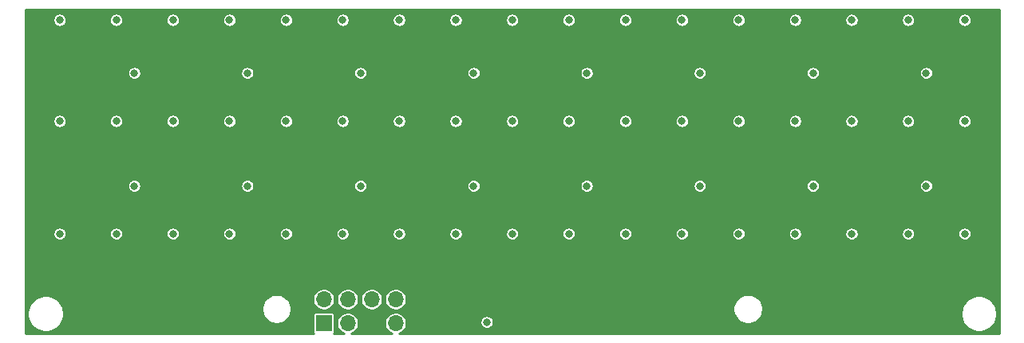
<source format=gbr>
G04 #@! TF.GenerationSoftware,KiCad,Pcbnew,(5.1.5-0-10_14)*
G04 #@! TF.CreationDate,2020-04-22T00:02:06+01:00*
G04 #@! TF.ProjectId,Display,44697370-6c61-4792-9e6b-696361645f70,rev?*
G04 #@! TF.SameCoordinates,Original*
G04 #@! TF.FileFunction,Copper,L3,Inr*
G04 #@! TF.FilePolarity,Positive*
%FSLAX46Y46*%
G04 Gerber Fmt 4.6, Leading zero omitted, Abs format (unit mm)*
G04 Created by KiCad (PCBNEW (5.1.5-0-10_14)) date 2020-04-22 00:02:06*
%MOMM*%
%LPD*%
G04 APERTURE LIST*
%ADD10O,1.700000X1.700000*%
%ADD11R,1.700000X1.700000*%
%ADD12C,0.800000*%
%ADD13C,0.254000*%
G04 APERTURE END LIST*
D10*
X169620000Y-87960000D03*
X169620000Y-90500000D03*
X167080000Y-87960000D03*
X167080000Y-90500000D03*
X164540000Y-87960000D03*
X164540000Y-90500000D03*
X162000000Y-87960000D03*
D11*
X162000000Y-90500000D03*
D12*
X133999994Y-58250000D03*
X146000000Y-58250000D03*
X152000000Y-58250000D03*
X158000000Y-58250000D03*
X164000000Y-58250000D03*
X170000000Y-58250000D03*
X176000000Y-58250000D03*
X182000000Y-58250000D03*
X188000000Y-58250000D03*
X194000000Y-58250000D03*
X200000000Y-58250000D03*
X206000000Y-58250000D03*
X212000000Y-58250000D03*
X218000000Y-58250000D03*
X224000000Y-58250000D03*
X230000000Y-58250000D03*
X140000000Y-58250000D03*
X134000000Y-81000000D03*
X134000000Y-69000000D03*
X140000000Y-69000000D03*
X146000000Y-69000000D03*
X152000000Y-69000000D03*
X146000000Y-81000000D03*
X152000000Y-81000000D03*
X158000000Y-81000000D03*
X164000000Y-81000000D03*
X158000000Y-69000000D03*
X164000000Y-69000000D03*
X170000000Y-69000000D03*
X170000000Y-81000000D03*
X176000000Y-81000000D03*
X176000000Y-69000000D03*
X182000000Y-69000000D03*
X182000000Y-81000000D03*
X188000000Y-81000000D03*
X188000000Y-69000000D03*
X194000000Y-69000000D03*
X194000000Y-81000000D03*
X200000000Y-81000000D03*
X200000000Y-69000000D03*
X206000000Y-69000000D03*
X206000000Y-81000000D03*
X212000000Y-81000000D03*
X212000000Y-69000000D03*
X218000000Y-69000000D03*
X218000000Y-81000000D03*
X224000000Y-81000000D03*
X224000000Y-69000000D03*
X230000000Y-69000000D03*
X230000000Y-81000000D03*
X140000000Y-81000000D03*
X141899988Y-63900000D03*
X153900000Y-63900000D03*
X165900000Y-63900000D03*
X177900000Y-63900000D03*
X189900000Y-63900000D03*
X201900000Y-63900000D03*
X213900000Y-63900000D03*
X225900000Y-63900000D03*
X141900000Y-75900000D03*
X153900000Y-75900000D03*
X165900000Y-75900000D03*
X177900000Y-75900000D03*
X189900000Y-75900000D03*
X201900000Y-75900000D03*
X213900000Y-75900000D03*
X225900000Y-75900000D03*
X179300000Y-90400000D03*
X140000000Y-63000002D03*
X146000000Y-63000000D03*
X152000000Y-63000000D03*
X157999994Y-63000000D03*
X164000000Y-63000000D03*
X170000000Y-63000000D03*
X176000000Y-62999994D03*
X182000000Y-63000000D03*
X188000008Y-63000000D03*
X194000000Y-63000000D03*
X200000000Y-62999990D03*
X206000000Y-63000000D03*
X212000000Y-63000000D03*
X218000000Y-63000010D03*
X224000000Y-63000006D03*
X230000000Y-63000000D03*
X134000000Y-75000000D03*
X140000000Y-75000000D03*
X146000000Y-75000000D03*
X152000000Y-75000000D03*
X164000000Y-75000000D03*
X158000000Y-75000000D03*
X170000000Y-75000000D03*
X176000000Y-75000000D03*
X182000000Y-75000000D03*
X188000000Y-75000000D03*
X194000000Y-75000000D03*
X200000000Y-75000000D03*
X206000000Y-75000000D03*
X212000000Y-75000000D03*
X218000000Y-75000000D03*
X224000000Y-75000000D03*
X230000000Y-75000000D03*
X164000000Y-85750000D03*
X176000000Y-85750000D03*
X182000000Y-85750000D03*
X188000000Y-85750000D03*
X194000000Y-85750000D03*
X200000000Y-85750000D03*
X206000000Y-85750000D03*
X212000000Y-85750000D03*
X218000000Y-85750000D03*
X224000000Y-85750000D03*
X230000000Y-85750000D03*
X134000000Y-63000000D03*
X152000000Y-85724979D03*
X146000000Y-85724979D03*
X140000000Y-85724979D03*
X134000000Y-85724979D03*
X158000000Y-85724979D03*
D13*
G36*
X233623001Y-91623000D02*
G01*
X169984488Y-91623000D01*
X170177519Y-91543044D01*
X170370294Y-91414236D01*
X170534236Y-91250294D01*
X170663044Y-91057519D01*
X170751769Y-90843318D01*
X170797000Y-90615924D01*
X170797000Y-90384076D01*
X170785925Y-90328397D01*
X178573000Y-90328397D01*
X178573000Y-90471603D01*
X178600938Y-90612058D01*
X178655741Y-90744364D01*
X178735302Y-90863436D01*
X178836564Y-90964698D01*
X178955636Y-91044259D01*
X179087942Y-91099062D01*
X179228397Y-91127000D01*
X179371603Y-91127000D01*
X179512058Y-91099062D01*
X179644364Y-91044259D01*
X179763436Y-90964698D01*
X179864698Y-90863436D01*
X179944259Y-90744364D01*
X179999062Y-90612058D01*
X180027000Y-90471603D01*
X180027000Y-90328397D01*
X179999062Y-90187942D01*
X179944259Y-90055636D01*
X179864698Y-89936564D01*
X179763436Y-89835302D01*
X179644364Y-89755741D01*
X179512058Y-89700938D01*
X179371603Y-89673000D01*
X179228397Y-89673000D01*
X179087942Y-89700938D01*
X178955636Y-89755741D01*
X178836564Y-89835302D01*
X178735302Y-89936564D01*
X178655741Y-90055636D01*
X178600938Y-90187942D01*
X178573000Y-90328397D01*
X170785925Y-90328397D01*
X170751769Y-90156682D01*
X170663044Y-89942481D01*
X170534236Y-89749706D01*
X170370294Y-89585764D01*
X170177519Y-89456956D01*
X169963318Y-89368231D01*
X169735924Y-89323000D01*
X169504076Y-89323000D01*
X169276682Y-89368231D01*
X169062481Y-89456956D01*
X168869706Y-89585764D01*
X168705764Y-89749706D01*
X168576956Y-89942481D01*
X168488231Y-90156682D01*
X168443000Y-90384076D01*
X168443000Y-90615924D01*
X168488231Y-90843318D01*
X168576956Y-91057519D01*
X168705764Y-91250294D01*
X168869706Y-91414236D01*
X169062481Y-91543044D01*
X169255512Y-91623000D01*
X164904488Y-91623000D01*
X165097519Y-91543044D01*
X165290294Y-91414236D01*
X165454236Y-91250294D01*
X165583044Y-91057519D01*
X165671769Y-90843318D01*
X165717000Y-90615924D01*
X165717000Y-90384076D01*
X165671769Y-90156682D01*
X165583044Y-89942481D01*
X165454236Y-89749706D01*
X165290294Y-89585764D01*
X165097519Y-89456956D01*
X164883318Y-89368231D01*
X164655924Y-89323000D01*
X164424076Y-89323000D01*
X164196682Y-89368231D01*
X163982481Y-89456956D01*
X163789706Y-89585764D01*
X163625764Y-89749706D01*
X163496956Y-89942481D01*
X163408231Y-90156682D01*
X163363000Y-90384076D01*
X163363000Y-90615924D01*
X163408231Y-90843318D01*
X163496956Y-91057519D01*
X163625764Y-91250294D01*
X163789706Y-91414236D01*
X163982481Y-91543044D01*
X164175512Y-91623000D01*
X163032801Y-91623000D01*
X163082343Y-91582343D01*
X163123206Y-91532550D01*
X163153570Y-91475743D01*
X163172268Y-91414103D01*
X163178582Y-91350000D01*
X163178582Y-89650000D01*
X163172268Y-89585897D01*
X163153570Y-89524257D01*
X163123206Y-89467450D01*
X163082343Y-89417657D01*
X163032550Y-89376794D01*
X162975743Y-89346430D01*
X162914103Y-89327732D01*
X162850000Y-89321418D01*
X161150000Y-89321418D01*
X161085897Y-89327732D01*
X161024257Y-89346430D01*
X160967450Y-89376794D01*
X160917657Y-89417657D01*
X160876794Y-89467450D01*
X160846430Y-89524257D01*
X160827732Y-89585897D01*
X160821418Y-89650000D01*
X160821418Y-91350000D01*
X160827732Y-91414103D01*
X160846430Y-91475743D01*
X160876794Y-91532550D01*
X160917657Y-91582343D01*
X160967199Y-91623000D01*
X130377000Y-91623000D01*
X130377000Y-89310207D01*
X130573000Y-89310207D01*
X130573000Y-89689793D01*
X130647053Y-90062085D01*
X130792315Y-90412777D01*
X131003201Y-90728391D01*
X131271609Y-90996799D01*
X131587223Y-91207685D01*
X131937915Y-91352947D01*
X132310207Y-91427000D01*
X132689793Y-91427000D01*
X133062085Y-91352947D01*
X133412777Y-91207685D01*
X133728391Y-90996799D01*
X133996799Y-90728391D01*
X134207685Y-90412777D01*
X134352947Y-90062085D01*
X134427000Y-89689793D01*
X134427000Y-89310207D01*
X134352947Y-88937915D01*
X134314328Y-88844679D01*
X155423000Y-88844679D01*
X155423000Y-89155321D01*
X155483604Y-89459994D01*
X155602481Y-89746989D01*
X155775064Y-90005279D01*
X155994721Y-90224936D01*
X156253011Y-90397519D01*
X156540006Y-90516396D01*
X156844679Y-90577000D01*
X157155321Y-90577000D01*
X157459994Y-90516396D01*
X157746989Y-90397519D01*
X158005279Y-90224936D01*
X158224936Y-90005279D01*
X158397519Y-89746989D01*
X158516396Y-89459994D01*
X158577000Y-89155321D01*
X158577000Y-88844679D01*
X158516396Y-88540006D01*
X158397519Y-88253011D01*
X158224936Y-87994721D01*
X158074291Y-87844076D01*
X160823000Y-87844076D01*
X160823000Y-88075924D01*
X160868231Y-88303318D01*
X160956956Y-88517519D01*
X161085764Y-88710294D01*
X161249706Y-88874236D01*
X161442481Y-89003044D01*
X161656682Y-89091769D01*
X161884076Y-89137000D01*
X162115924Y-89137000D01*
X162343318Y-89091769D01*
X162557519Y-89003044D01*
X162750294Y-88874236D01*
X162914236Y-88710294D01*
X163043044Y-88517519D01*
X163131769Y-88303318D01*
X163177000Y-88075924D01*
X163177000Y-87844076D01*
X163363000Y-87844076D01*
X163363000Y-88075924D01*
X163408231Y-88303318D01*
X163496956Y-88517519D01*
X163625764Y-88710294D01*
X163789706Y-88874236D01*
X163982481Y-89003044D01*
X164196682Y-89091769D01*
X164424076Y-89137000D01*
X164655924Y-89137000D01*
X164883318Y-89091769D01*
X165097519Y-89003044D01*
X165290294Y-88874236D01*
X165454236Y-88710294D01*
X165583044Y-88517519D01*
X165671769Y-88303318D01*
X165717000Y-88075924D01*
X165717000Y-87844076D01*
X165903000Y-87844076D01*
X165903000Y-88075924D01*
X165948231Y-88303318D01*
X166036956Y-88517519D01*
X166165764Y-88710294D01*
X166329706Y-88874236D01*
X166522481Y-89003044D01*
X166736682Y-89091769D01*
X166964076Y-89137000D01*
X167195924Y-89137000D01*
X167423318Y-89091769D01*
X167637519Y-89003044D01*
X167830294Y-88874236D01*
X167994236Y-88710294D01*
X168123044Y-88517519D01*
X168211769Y-88303318D01*
X168257000Y-88075924D01*
X168257000Y-87844076D01*
X168443000Y-87844076D01*
X168443000Y-88075924D01*
X168488231Y-88303318D01*
X168576956Y-88517519D01*
X168705764Y-88710294D01*
X168869706Y-88874236D01*
X169062481Y-89003044D01*
X169276682Y-89091769D01*
X169504076Y-89137000D01*
X169735924Y-89137000D01*
X169963318Y-89091769D01*
X170177519Y-89003044D01*
X170370294Y-88874236D01*
X170399851Y-88844679D01*
X205423000Y-88844679D01*
X205423000Y-89155321D01*
X205483604Y-89459994D01*
X205602481Y-89746989D01*
X205775064Y-90005279D01*
X205994721Y-90224936D01*
X206253011Y-90397519D01*
X206540006Y-90516396D01*
X206844679Y-90577000D01*
X207155321Y-90577000D01*
X207459994Y-90516396D01*
X207746989Y-90397519D01*
X208005279Y-90224936D01*
X208224936Y-90005279D01*
X208397519Y-89746989D01*
X208516396Y-89459994D01*
X208546190Y-89310207D01*
X229573000Y-89310207D01*
X229573000Y-89689793D01*
X229647053Y-90062085D01*
X229792315Y-90412777D01*
X230003201Y-90728391D01*
X230271609Y-90996799D01*
X230587223Y-91207685D01*
X230937915Y-91352947D01*
X231310207Y-91427000D01*
X231689793Y-91427000D01*
X232062085Y-91352947D01*
X232412777Y-91207685D01*
X232728391Y-90996799D01*
X232996799Y-90728391D01*
X233207685Y-90412777D01*
X233352947Y-90062085D01*
X233427000Y-89689793D01*
X233427000Y-89310207D01*
X233352947Y-88937915D01*
X233207685Y-88587223D01*
X232996799Y-88271609D01*
X232728391Y-88003201D01*
X232412777Y-87792315D01*
X232062085Y-87647053D01*
X231689793Y-87573000D01*
X231310207Y-87573000D01*
X230937915Y-87647053D01*
X230587223Y-87792315D01*
X230271609Y-88003201D01*
X230003201Y-88271609D01*
X229792315Y-88587223D01*
X229647053Y-88937915D01*
X229573000Y-89310207D01*
X208546190Y-89310207D01*
X208577000Y-89155321D01*
X208577000Y-88844679D01*
X208516396Y-88540006D01*
X208397519Y-88253011D01*
X208224936Y-87994721D01*
X208005279Y-87775064D01*
X207746989Y-87602481D01*
X207459994Y-87483604D01*
X207155321Y-87423000D01*
X206844679Y-87423000D01*
X206540006Y-87483604D01*
X206253011Y-87602481D01*
X205994721Y-87775064D01*
X205775064Y-87994721D01*
X205602481Y-88253011D01*
X205483604Y-88540006D01*
X205423000Y-88844679D01*
X170399851Y-88844679D01*
X170534236Y-88710294D01*
X170663044Y-88517519D01*
X170751769Y-88303318D01*
X170797000Y-88075924D01*
X170797000Y-87844076D01*
X170751769Y-87616682D01*
X170663044Y-87402481D01*
X170534236Y-87209706D01*
X170370294Y-87045764D01*
X170177519Y-86916956D01*
X169963318Y-86828231D01*
X169735924Y-86783000D01*
X169504076Y-86783000D01*
X169276682Y-86828231D01*
X169062481Y-86916956D01*
X168869706Y-87045764D01*
X168705764Y-87209706D01*
X168576956Y-87402481D01*
X168488231Y-87616682D01*
X168443000Y-87844076D01*
X168257000Y-87844076D01*
X168211769Y-87616682D01*
X168123044Y-87402481D01*
X167994236Y-87209706D01*
X167830294Y-87045764D01*
X167637519Y-86916956D01*
X167423318Y-86828231D01*
X167195924Y-86783000D01*
X166964076Y-86783000D01*
X166736682Y-86828231D01*
X166522481Y-86916956D01*
X166329706Y-87045764D01*
X166165764Y-87209706D01*
X166036956Y-87402481D01*
X165948231Y-87616682D01*
X165903000Y-87844076D01*
X165717000Y-87844076D01*
X165671769Y-87616682D01*
X165583044Y-87402481D01*
X165454236Y-87209706D01*
X165290294Y-87045764D01*
X165097519Y-86916956D01*
X164883318Y-86828231D01*
X164655924Y-86783000D01*
X164424076Y-86783000D01*
X164196682Y-86828231D01*
X163982481Y-86916956D01*
X163789706Y-87045764D01*
X163625764Y-87209706D01*
X163496956Y-87402481D01*
X163408231Y-87616682D01*
X163363000Y-87844076D01*
X163177000Y-87844076D01*
X163131769Y-87616682D01*
X163043044Y-87402481D01*
X162914236Y-87209706D01*
X162750294Y-87045764D01*
X162557519Y-86916956D01*
X162343318Y-86828231D01*
X162115924Y-86783000D01*
X161884076Y-86783000D01*
X161656682Y-86828231D01*
X161442481Y-86916956D01*
X161249706Y-87045764D01*
X161085764Y-87209706D01*
X160956956Y-87402481D01*
X160868231Y-87616682D01*
X160823000Y-87844076D01*
X158074291Y-87844076D01*
X158005279Y-87775064D01*
X157746989Y-87602481D01*
X157459994Y-87483604D01*
X157155321Y-87423000D01*
X156844679Y-87423000D01*
X156540006Y-87483604D01*
X156253011Y-87602481D01*
X155994721Y-87775064D01*
X155775064Y-87994721D01*
X155602481Y-88253011D01*
X155483604Y-88540006D01*
X155423000Y-88844679D01*
X134314328Y-88844679D01*
X134207685Y-88587223D01*
X133996799Y-88271609D01*
X133728391Y-88003201D01*
X133412777Y-87792315D01*
X133062085Y-87647053D01*
X132689793Y-87573000D01*
X132310207Y-87573000D01*
X131937915Y-87647053D01*
X131587223Y-87792315D01*
X131271609Y-88003201D01*
X131003201Y-88271609D01*
X130792315Y-88587223D01*
X130647053Y-88937915D01*
X130573000Y-89310207D01*
X130377000Y-89310207D01*
X130377000Y-80928397D01*
X133273000Y-80928397D01*
X133273000Y-81071603D01*
X133300938Y-81212058D01*
X133355741Y-81344364D01*
X133435302Y-81463436D01*
X133536564Y-81564698D01*
X133655636Y-81644259D01*
X133787942Y-81699062D01*
X133928397Y-81727000D01*
X134071603Y-81727000D01*
X134212058Y-81699062D01*
X134344364Y-81644259D01*
X134463436Y-81564698D01*
X134564698Y-81463436D01*
X134644259Y-81344364D01*
X134699062Y-81212058D01*
X134727000Y-81071603D01*
X134727000Y-80928397D01*
X139273000Y-80928397D01*
X139273000Y-81071603D01*
X139300938Y-81212058D01*
X139355741Y-81344364D01*
X139435302Y-81463436D01*
X139536564Y-81564698D01*
X139655636Y-81644259D01*
X139787942Y-81699062D01*
X139928397Y-81727000D01*
X140071603Y-81727000D01*
X140212058Y-81699062D01*
X140344364Y-81644259D01*
X140463436Y-81564698D01*
X140564698Y-81463436D01*
X140644259Y-81344364D01*
X140699062Y-81212058D01*
X140727000Y-81071603D01*
X140727000Y-80928397D01*
X145273000Y-80928397D01*
X145273000Y-81071603D01*
X145300938Y-81212058D01*
X145355741Y-81344364D01*
X145435302Y-81463436D01*
X145536564Y-81564698D01*
X145655636Y-81644259D01*
X145787942Y-81699062D01*
X145928397Y-81727000D01*
X146071603Y-81727000D01*
X146212058Y-81699062D01*
X146344364Y-81644259D01*
X146463436Y-81564698D01*
X146564698Y-81463436D01*
X146644259Y-81344364D01*
X146699062Y-81212058D01*
X146727000Y-81071603D01*
X146727000Y-80928397D01*
X151273000Y-80928397D01*
X151273000Y-81071603D01*
X151300938Y-81212058D01*
X151355741Y-81344364D01*
X151435302Y-81463436D01*
X151536564Y-81564698D01*
X151655636Y-81644259D01*
X151787942Y-81699062D01*
X151928397Y-81727000D01*
X152071603Y-81727000D01*
X152212058Y-81699062D01*
X152344364Y-81644259D01*
X152463436Y-81564698D01*
X152564698Y-81463436D01*
X152644259Y-81344364D01*
X152699062Y-81212058D01*
X152727000Y-81071603D01*
X152727000Y-80928397D01*
X157273000Y-80928397D01*
X157273000Y-81071603D01*
X157300938Y-81212058D01*
X157355741Y-81344364D01*
X157435302Y-81463436D01*
X157536564Y-81564698D01*
X157655636Y-81644259D01*
X157787942Y-81699062D01*
X157928397Y-81727000D01*
X158071603Y-81727000D01*
X158212058Y-81699062D01*
X158344364Y-81644259D01*
X158463436Y-81564698D01*
X158564698Y-81463436D01*
X158644259Y-81344364D01*
X158699062Y-81212058D01*
X158727000Y-81071603D01*
X158727000Y-80928397D01*
X163273000Y-80928397D01*
X163273000Y-81071603D01*
X163300938Y-81212058D01*
X163355741Y-81344364D01*
X163435302Y-81463436D01*
X163536564Y-81564698D01*
X163655636Y-81644259D01*
X163787942Y-81699062D01*
X163928397Y-81727000D01*
X164071603Y-81727000D01*
X164212058Y-81699062D01*
X164344364Y-81644259D01*
X164463436Y-81564698D01*
X164564698Y-81463436D01*
X164644259Y-81344364D01*
X164699062Y-81212058D01*
X164727000Y-81071603D01*
X164727000Y-80928397D01*
X169273000Y-80928397D01*
X169273000Y-81071603D01*
X169300938Y-81212058D01*
X169355741Y-81344364D01*
X169435302Y-81463436D01*
X169536564Y-81564698D01*
X169655636Y-81644259D01*
X169787942Y-81699062D01*
X169928397Y-81727000D01*
X170071603Y-81727000D01*
X170212058Y-81699062D01*
X170344364Y-81644259D01*
X170463436Y-81564698D01*
X170564698Y-81463436D01*
X170644259Y-81344364D01*
X170699062Y-81212058D01*
X170727000Y-81071603D01*
X170727000Y-80928397D01*
X175273000Y-80928397D01*
X175273000Y-81071603D01*
X175300938Y-81212058D01*
X175355741Y-81344364D01*
X175435302Y-81463436D01*
X175536564Y-81564698D01*
X175655636Y-81644259D01*
X175787942Y-81699062D01*
X175928397Y-81727000D01*
X176071603Y-81727000D01*
X176212058Y-81699062D01*
X176344364Y-81644259D01*
X176463436Y-81564698D01*
X176564698Y-81463436D01*
X176644259Y-81344364D01*
X176699062Y-81212058D01*
X176727000Y-81071603D01*
X176727000Y-80928397D01*
X181273000Y-80928397D01*
X181273000Y-81071603D01*
X181300938Y-81212058D01*
X181355741Y-81344364D01*
X181435302Y-81463436D01*
X181536564Y-81564698D01*
X181655636Y-81644259D01*
X181787942Y-81699062D01*
X181928397Y-81727000D01*
X182071603Y-81727000D01*
X182212058Y-81699062D01*
X182344364Y-81644259D01*
X182463436Y-81564698D01*
X182564698Y-81463436D01*
X182644259Y-81344364D01*
X182699062Y-81212058D01*
X182727000Y-81071603D01*
X182727000Y-80928397D01*
X187273000Y-80928397D01*
X187273000Y-81071603D01*
X187300938Y-81212058D01*
X187355741Y-81344364D01*
X187435302Y-81463436D01*
X187536564Y-81564698D01*
X187655636Y-81644259D01*
X187787942Y-81699062D01*
X187928397Y-81727000D01*
X188071603Y-81727000D01*
X188212058Y-81699062D01*
X188344364Y-81644259D01*
X188463436Y-81564698D01*
X188564698Y-81463436D01*
X188644259Y-81344364D01*
X188699062Y-81212058D01*
X188727000Y-81071603D01*
X188727000Y-80928397D01*
X193273000Y-80928397D01*
X193273000Y-81071603D01*
X193300938Y-81212058D01*
X193355741Y-81344364D01*
X193435302Y-81463436D01*
X193536564Y-81564698D01*
X193655636Y-81644259D01*
X193787942Y-81699062D01*
X193928397Y-81727000D01*
X194071603Y-81727000D01*
X194212058Y-81699062D01*
X194344364Y-81644259D01*
X194463436Y-81564698D01*
X194564698Y-81463436D01*
X194644259Y-81344364D01*
X194699062Y-81212058D01*
X194727000Y-81071603D01*
X194727000Y-80928397D01*
X199273000Y-80928397D01*
X199273000Y-81071603D01*
X199300938Y-81212058D01*
X199355741Y-81344364D01*
X199435302Y-81463436D01*
X199536564Y-81564698D01*
X199655636Y-81644259D01*
X199787942Y-81699062D01*
X199928397Y-81727000D01*
X200071603Y-81727000D01*
X200212058Y-81699062D01*
X200344364Y-81644259D01*
X200463436Y-81564698D01*
X200564698Y-81463436D01*
X200644259Y-81344364D01*
X200699062Y-81212058D01*
X200727000Y-81071603D01*
X200727000Y-80928397D01*
X205273000Y-80928397D01*
X205273000Y-81071603D01*
X205300938Y-81212058D01*
X205355741Y-81344364D01*
X205435302Y-81463436D01*
X205536564Y-81564698D01*
X205655636Y-81644259D01*
X205787942Y-81699062D01*
X205928397Y-81727000D01*
X206071603Y-81727000D01*
X206212058Y-81699062D01*
X206344364Y-81644259D01*
X206463436Y-81564698D01*
X206564698Y-81463436D01*
X206644259Y-81344364D01*
X206699062Y-81212058D01*
X206727000Y-81071603D01*
X206727000Y-80928397D01*
X211273000Y-80928397D01*
X211273000Y-81071603D01*
X211300938Y-81212058D01*
X211355741Y-81344364D01*
X211435302Y-81463436D01*
X211536564Y-81564698D01*
X211655636Y-81644259D01*
X211787942Y-81699062D01*
X211928397Y-81727000D01*
X212071603Y-81727000D01*
X212212058Y-81699062D01*
X212344364Y-81644259D01*
X212463436Y-81564698D01*
X212564698Y-81463436D01*
X212644259Y-81344364D01*
X212699062Y-81212058D01*
X212727000Y-81071603D01*
X212727000Y-80928397D01*
X217273000Y-80928397D01*
X217273000Y-81071603D01*
X217300938Y-81212058D01*
X217355741Y-81344364D01*
X217435302Y-81463436D01*
X217536564Y-81564698D01*
X217655636Y-81644259D01*
X217787942Y-81699062D01*
X217928397Y-81727000D01*
X218071603Y-81727000D01*
X218212058Y-81699062D01*
X218344364Y-81644259D01*
X218463436Y-81564698D01*
X218564698Y-81463436D01*
X218644259Y-81344364D01*
X218699062Y-81212058D01*
X218727000Y-81071603D01*
X218727000Y-80928397D01*
X223273000Y-80928397D01*
X223273000Y-81071603D01*
X223300938Y-81212058D01*
X223355741Y-81344364D01*
X223435302Y-81463436D01*
X223536564Y-81564698D01*
X223655636Y-81644259D01*
X223787942Y-81699062D01*
X223928397Y-81727000D01*
X224071603Y-81727000D01*
X224212058Y-81699062D01*
X224344364Y-81644259D01*
X224463436Y-81564698D01*
X224564698Y-81463436D01*
X224644259Y-81344364D01*
X224699062Y-81212058D01*
X224727000Y-81071603D01*
X224727000Y-80928397D01*
X229273000Y-80928397D01*
X229273000Y-81071603D01*
X229300938Y-81212058D01*
X229355741Y-81344364D01*
X229435302Y-81463436D01*
X229536564Y-81564698D01*
X229655636Y-81644259D01*
X229787942Y-81699062D01*
X229928397Y-81727000D01*
X230071603Y-81727000D01*
X230212058Y-81699062D01*
X230344364Y-81644259D01*
X230463436Y-81564698D01*
X230564698Y-81463436D01*
X230644259Y-81344364D01*
X230699062Y-81212058D01*
X230727000Y-81071603D01*
X230727000Y-80928397D01*
X230699062Y-80787942D01*
X230644259Y-80655636D01*
X230564698Y-80536564D01*
X230463436Y-80435302D01*
X230344364Y-80355741D01*
X230212058Y-80300938D01*
X230071603Y-80273000D01*
X229928397Y-80273000D01*
X229787942Y-80300938D01*
X229655636Y-80355741D01*
X229536564Y-80435302D01*
X229435302Y-80536564D01*
X229355741Y-80655636D01*
X229300938Y-80787942D01*
X229273000Y-80928397D01*
X224727000Y-80928397D01*
X224699062Y-80787942D01*
X224644259Y-80655636D01*
X224564698Y-80536564D01*
X224463436Y-80435302D01*
X224344364Y-80355741D01*
X224212058Y-80300938D01*
X224071603Y-80273000D01*
X223928397Y-80273000D01*
X223787942Y-80300938D01*
X223655636Y-80355741D01*
X223536564Y-80435302D01*
X223435302Y-80536564D01*
X223355741Y-80655636D01*
X223300938Y-80787942D01*
X223273000Y-80928397D01*
X218727000Y-80928397D01*
X218699062Y-80787942D01*
X218644259Y-80655636D01*
X218564698Y-80536564D01*
X218463436Y-80435302D01*
X218344364Y-80355741D01*
X218212058Y-80300938D01*
X218071603Y-80273000D01*
X217928397Y-80273000D01*
X217787942Y-80300938D01*
X217655636Y-80355741D01*
X217536564Y-80435302D01*
X217435302Y-80536564D01*
X217355741Y-80655636D01*
X217300938Y-80787942D01*
X217273000Y-80928397D01*
X212727000Y-80928397D01*
X212699062Y-80787942D01*
X212644259Y-80655636D01*
X212564698Y-80536564D01*
X212463436Y-80435302D01*
X212344364Y-80355741D01*
X212212058Y-80300938D01*
X212071603Y-80273000D01*
X211928397Y-80273000D01*
X211787942Y-80300938D01*
X211655636Y-80355741D01*
X211536564Y-80435302D01*
X211435302Y-80536564D01*
X211355741Y-80655636D01*
X211300938Y-80787942D01*
X211273000Y-80928397D01*
X206727000Y-80928397D01*
X206699062Y-80787942D01*
X206644259Y-80655636D01*
X206564698Y-80536564D01*
X206463436Y-80435302D01*
X206344364Y-80355741D01*
X206212058Y-80300938D01*
X206071603Y-80273000D01*
X205928397Y-80273000D01*
X205787942Y-80300938D01*
X205655636Y-80355741D01*
X205536564Y-80435302D01*
X205435302Y-80536564D01*
X205355741Y-80655636D01*
X205300938Y-80787942D01*
X205273000Y-80928397D01*
X200727000Y-80928397D01*
X200699062Y-80787942D01*
X200644259Y-80655636D01*
X200564698Y-80536564D01*
X200463436Y-80435302D01*
X200344364Y-80355741D01*
X200212058Y-80300938D01*
X200071603Y-80273000D01*
X199928397Y-80273000D01*
X199787942Y-80300938D01*
X199655636Y-80355741D01*
X199536564Y-80435302D01*
X199435302Y-80536564D01*
X199355741Y-80655636D01*
X199300938Y-80787942D01*
X199273000Y-80928397D01*
X194727000Y-80928397D01*
X194699062Y-80787942D01*
X194644259Y-80655636D01*
X194564698Y-80536564D01*
X194463436Y-80435302D01*
X194344364Y-80355741D01*
X194212058Y-80300938D01*
X194071603Y-80273000D01*
X193928397Y-80273000D01*
X193787942Y-80300938D01*
X193655636Y-80355741D01*
X193536564Y-80435302D01*
X193435302Y-80536564D01*
X193355741Y-80655636D01*
X193300938Y-80787942D01*
X193273000Y-80928397D01*
X188727000Y-80928397D01*
X188699062Y-80787942D01*
X188644259Y-80655636D01*
X188564698Y-80536564D01*
X188463436Y-80435302D01*
X188344364Y-80355741D01*
X188212058Y-80300938D01*
X188071603Y-80273000D01*
X187928397Y-80273000D01*
X187787942Y-80300938D01*
X187655636Y-80355741D01*
X187536564Y-80435302D01*
X187435302Y-80536564D01*
X187355741Y-80655636D01*
X187300938Y-80787942D01*
X187273000Y-80928397D01*
X182727000Y-80928397D01*
X182699062Y-80787942D01*
X182644259Y-80655636D01*
X182564698Y-80536564D01*
X182463436Y-80435302D01*
X182344364Y-80355741D01*
X182212058Y-80300938D01*
X182071603Y-80273000D01*
X181928397Y-80273000D01*
X181787942Y-80300938D01*
X181655636Y-80355741D01*
X181536564Y-80435302D01*
X181435302Y-80536564D01*
X181355741Y-80655636D01*
X181300938Y-80787942D01*
X181273000Y-80928397D01*
X176727000Y-80928397D01*
X176699062Y-80787942D01*
X176644259Y-80655636D01*
X176564698Y-80536564D01*
X176463436Y-80435302D01*
X176344364Y-80355741D01*
X176212058Y-80300938D01*
X176071603Y-80273000D01*
X175928397Y-80273000D01*
X175787942Y-80300938D01*
X175655636Y-80355741D01*
X175536564Y-80435302D01*
X175435302Y-80536564D01*
X175355741Y-80655636D01*
X175300938Y-80787942D01*
X175273000Y-80928397D01*
X170727000Y-80928397D01*
X170699062Y-80787942D01*
X170644259Y-80655636D01*
X170564698Y-80536564D01*
X170463436Y-80435302D01*
X170344364Y-80355741D01*
X170212058Y-80300938D01*
X170071603Y-80273000D01*
X169928397Y-80273000D01*
X169787942Y-80300938D01*
X169655636Y-80355741D01*
X169536564Y-80435302D01*
X169435302Y-80536564D01*
X169355741Y-80655636D01*
X169300938Y-80787942D01*
X169273000Y-80928397D01*
X164727000Y-80928397D01*
X164699062Y-80787942D01*
X164644259Y-80655636D01*
X164564698Y-80536564D01*
X164463436Y-80435302D01*
X164344364Y-80355741D01*
X164212058Y-80300938D01*
X164071603Y-80273000D01*
X163928397Y-80273000D01*
X163787942Y-80300938D01*
X163655636Y-80355741D01*
X163536564Y-80435302D01*
X163435302Y-80536564D01*
X163355741Y-80655636D01*
X163300938Y-80787942D01*
X163273000Y-80928397D01*
X158727000Y-80928397D01*
X158699062Y-80787942D01*
X158644259Y-80655636D01*
X158564698Y-80536564D01*
X158463436Y-80435302D01*
X158344364Y-80355741D01*
X158212058Y-80300938D01*
X158071603Y-80273000D01*
X157928397Y-80273000D01*
X157787942Y-80300938D01*
X157655636Y-80355741D01*
X157536564Y-80435302D01*
X157435302Y-80536564D01*
X157355741Y-80655636D01*
X157300938Y-80787942D01*
X157273000Y-80928397D01*
X152727000Y-80928397D01*
X152699062Y-80787942D01*
X152644259Y-80655636D01*
X152564698Y-80536564D01*
X152463436Y-80435302D01*
X152344364Y-80355741D01*
X152212058Y-80300938D01*
X152071603Y-80273000D01*
X151928397Y-80273000D01*
X151787942Y-80300938D01*
X151655636Y-80355741D01*
X151536564Y-80435302D01*
X151435302Y-80536564D01*
X151355741Y-80655636D01*
X151300938Y-80787942D01*
X151273000Y-80928397D01*
X146727000Y-80928397D01*
X146699062Y-80787942D01*
X146644259Y-80655636D01*
X146564698Y-80536564D01*
X146463436Y-80435302D01*
X146344364Y-80355741D01*
X146212058Y-80300938D01*
X146071603Y-80273000D01*
X145928397Y-80273000D01*
X145787942Y-80300938D01*
X145655636Y-80355741D01*
X145536564Y-80435302D01*
X145435302Y-80536564D01*
X145355741Y-80655636D01*
X145300938Y-80787942D01*
X145273000Y-80928397D01*
X140727000Y-80928397D01*
X140699062Y-80787942D01*
X140644259Y-80655636D01*
X140564698Y-80536564D01*
X140463436Y-80435302D01*
X140344364Y-80355741D01*
X140212058Y-80300938D01*
X140071603Y-80273000D01*
X139928397Y-80273000D01*
X139787942Y-80300938D01*
X139655636Y-80355741D01*
X139536564Y-80435302D01*
X139435302Y-80536564D01*
X139355741Y-80655636D01*
X139300938Y-80787942D01*
X139273000Y-80928397D01*
X134727000Y-80928397D01*
X134699062Y-80787942D01*
X134644259Y-80655636D01*
X134564698Y-80536564D01*
X134463436Y-80435302D01*
X134344364Y-80355741D01*
X134212058Y-80300938D01*
X134071603Y-80273000D01*
X133928397Y-80273000D01*
X133787942Y-80300938D01*
X133655636Y-80355741D01*
X133536564Y-80435302D01*
X133435302Y-80536564D01*
X133355741Y-80655636D01*
X133300938Y-80787942D01*
X133273000Y-80928397D01*
X130377000Y-80928397D01*
X130377000Y-75828397D01*
X141173000Y-75828397D01*
X141173000Y-75971603D01*
X141200938Y-76112058D01*
X141255741Y-76244364D01*
X141335302Y-76363436D01*
X141436564Y-76464698D01*
X141555636Y-76544259D01*
X141687942Y-76599062D01*
X141828397Y-76627000D01*
X141971603Y-76627000D01*
X142112058Y-76599062D01*
X142244364Y-76544259D01*
X142363436Y-76464698D01*
X142464698Y-76363436D01*
X142544259Y-76244364D01*
X142599062Y-76112058D01*
X142627000Y-75971603D01*
X142627000Y-75828397D01*
X153173000Y-75828397D01*
X153173000Y-75971603D01*
X153200938Y-76112058D01*
X153255741Y-76244364D01*
X153335302Y-76363436D01*
X153436564Y-76464698D01*
X153555636Y-76544259D01*
X153687942Y-76599062D01*
X153828397Y-76627000D01*
X153971603Y-76627000D01*
X154112058Y-76599062D01*
X154244364Y-76544259D01*
X154363436Y-76464698D01*
X154464698Y-76363436D01*
X154544259Y-76244364D01*
X154599062Y-76112058D01*
X154627000Y-75971603D01*
X154627000Y-75828397D01*
X165173000Y-75828397D01*
X165173000Y-75971603D01*
X165200938Y-76112058D01*
X165255741Y-76244364D01*
X165335302Y-76363436D01*
X165436564Y-76464698D01*
X165555636Y-76544259D01*
X165687942Y-76599062D01*
X165828397Y-76627000D01*
X165971603Y-76627000D01*
X166112058Y-76599062D01*
X166244364Y-76544259D01*
X166363436Y-76464698D01*
X166464698Y-76363436D01*
X166544259Y-76244364D01*
X166599062Y-76112058D01*
X166627000Y-75971603D01*
X166627000Y-75828397D01*
X177173000Y-75828397D01*
X177173000Y-75971603D01*
X177200938Y-76112058D01*
X177255741Y-76244364D01*
X177335302Y-76363436D01*
X177436564Y-76464698D01*
X177555636Y-76544259D01*
X177687942Y-76599062D01*
X177828397Y-76627000D01*
X177971603Y-76627000D01*
X178112058Y-76599062D01*
X178244364Y-76544259D01*
X178363436Y-76464698D01*
X178464698Y-76363436D01*
X178544259Y-76244364D01*
X178599062Y-76112058D01*
X178627000Y-75971603D01*
X178627000Y-75828397D01*
X189173000Y-75828397D01*
X189173000Y-75971603D01*
X189200938Y-76112058D01*
X189255741Y-76244364D01*
X189335302Y-76363436D01*
X189436564Y-76464698D01*
X189555636Y-76544259D01*
X189687942Y-76599062D01*
X189828397Y-76627000D01*
X189971603Y-76627000D01*
X190112058Y-76599062D01*
X190244364Y-76544259D01*
X190363436Y-76464698D01*
X190464698Y-76363436D01*
X190544259Y-76244364D01*
X190599062Y-76112058D01*
X190627000Y-75971603D01*
X190627000Y-75828397D01*
X201173000Y-75828397D01*
X201173000Y-75971603D01*
X201200938Y-76112058D01*
X201255741Y-76244364D01*
X201335302Y-76363436D01*
X201436564Y-76464698D01*
X201555636Y-76544259D01*
X201687942Y-76599062D01*
X201828397Y-76627000D01*
X201971603Y-76627000D01*
X202112058Y-76599062D01*
X202244364Y-76544259D01*
X202363436Y-76464698D01*
X202464698Y-76363436D01*
X202544259Y-76244364D01*
X202599062Y-76112058D01*
X202627000Y-75971603D01*
X202627000Y-75828397D01*
X213173000Y-75828397D01*
X213173000Y-75971603D01*
X213200938Y-76112058D01*
X213255741Y-76244364D01*
X213335302Y-76363436D01*
X213436564Y-76464698D01*
X213555636Y-76544259D01*
X213687942Y-76599062D01*
X213828397Y-76627000D01*
X213971603Y-76627000D01*
X214112058Y-76599062D01*
X214244364Y-76544259D01*
X214363436Y-76464698D01*
X214464698Y-76363436D01*
X214544259Y-76244364D01*
X214599062Y-76112058D01*
X214627000Y-75971603D01*
X214627000Y-75828397D01*
X225173000Y-75828397D01*
X225173000Y-75971603D01*
X225200938Y-76112058D01*
X225255741Y-76244364D01*
X225335302Y-76363436D01*
X225436564Y-76464698D01*
X225555636Y-76544259D01*
X225687942Y-76599062D01*
X225828397Y-76627000D01*
X225971603Y-76627000D01*
X226112058Y-76599062D01*
X226244364Y-76544259D01*
X226363436Y-76464698D01*
X226464698Y-76363436D01*
X226544259Y-76244364D01*
X226599062Y-76112058D01*
X226627000Y-75971603D01*
X226627000Y-75828397D01*
X226599062Y-75687942D01*
X226544259Y-75555636D01*
X226464698Y-75436564D01*
X226363436Y-75335302D01*
X226244364Y-75255741D01*
X226112058Y-75200938D01*
X225971603Y-75173000D01*
X225828397Y-75173000D01*
X225687942Y-75200938D01*
X225555636Y-75255741D01*
X225436564Y-75335302D01*
X225335302Y-75436564D01*
X225255741Y-75555636D01*
X225200938Y-75687942D01*
X225173000Y-75828397D01*
X214627000Y-75828397D01*
X214599062Y-75687942D01*
X214544259Y-75555636D01*
X214464698Y-75436564D01*
X214363436Y-75335302D01*
X214244364Y-75255741D01*
X214112058Y-75200938D01*
X213971603Y-75173000D01*
X213828397Y-75173000D01*
X213687942Y-75200938D01*
X213555636Y-75255741D01*
X213436564Y-75335302D01*
X213335302Y-75436564D01*
X213255741Y-75555636D01*
X213200938Y-75687942D01*
X213173000Y-75828397D01*
X202627000Y-75828397D01*
X202599062Y-75687942D01*
X202544259Y-75555636D01*
X202464698Y-75436564D01*
X202363436Y-75335302D01*
X202244364Y-75255741D01*
X202112058Y-75200938D01*
X201971603Y-75173000D01*
X201828397Y-75173000D01*
X201687942Y-75200938D01*
X201555636Y-75255741D01*
X201436564Y-75335302D01*
X201335302Y-75436564D01*
X201255741Y-75555636D01*
X201200938Y-75687942D01*
X201173000Y-75828397D01*
X190627000Y-75828397D01*
X190599062Y-75687942D01*
X190544259Y-75555636D01*
X190464698Y-75436564D01*
X190363436Y-75335302D01*
X190244364Y-75255741D01*
X190112058Y-75200938D01*
X189971603Y-75173000D01*
X189828397Y-75173000D01*
X189687942Y-75200938D01*
X189555636Y-75255741D01*
X189436564Y-75335302D01*
X189335302Y-75436564D01*
X189255741Y-75555636D01*
X189200938Y-75687942D01*
X189173000Y-75828397D01*
X178627000Y-75828397D01*
X178599062Y-75687942D01*
X178544259Y-75555636D01*
X178464698Y-75436564D01*
X178363436Y-75335302D01*
X178244364Y-75255741D01*
X178112058Y-75200938D01*
X177971603Y-75173000D01*
X177828397Y-75173000D01*
X177687942Y-75200938D01*
X177555636Y-75255741D01*
X177436564Y-75335302D01*
X177335302Y-75436564D01*
X177255741Y-75555636D01*
X177200938Y-75687942D01*
X177173000Y-75828397D01*
X166627000Y-75828397D01*
X166599062Y-75687942D01*
X166544259Y-75555636D01*
X166464698Y-75436564D01*
X166363436Y-75335302D01*
X166244364Y-75255741D01*
X166112058Y-75200938D01*
X165971603Y-75173000D01*
X165828397Y-75173000D01*
X165687942Y-75200938D01*
X165555636Y-75255741D01*
X165436564Y-75335302D01*
X165335302Y-75436564D01*
X165255741Y-75555636D01*
X165200938Y-75687942D01*
X165173000Y-75828397D01*
X154627000Y-75828397D01*
X154599062Y-75687942D01*
X154544259Y-75555636D01*
X154464698Y-75436564D01*
X154363436Y-75335302D01*
X154244364Y-75255741D01*
X154112058Y-75200938D01*
X153971603Y-75173000D01*
X153828397Y-75173000D01*
X153687942Y-75200938D01*
X153555636Y-75255741D01*
X153436564Y-75335302D01*
X153335302Y-75436564D01*
X153255741Y-75555636D01*
X153200938Y-75687942D01*
X153173000Y-75828397D01*
X142627000Y-75828397D01*
X142599062Y-75687942D01*
X142544259Y-75555636D01*
X142464698Y-75436564D01*
X142363436Y-75335302D01*
X142244364Y-75255741D01*
X142112058Y-75200938D01*
X141971603Y-75173000D01*
X141828397Y-75173000D01*
X141687942Y-75200938D01*
X141555636Y-75255741D01*
X141436564Y-75335302D01*
X141335302Y-75436564D01*
X141255741Y-75555636D01*
X141200938Y-75687942D01*
X141173000Y-75828397D01*
X130377000Y-75828397D01*
X130377000Y-68928397D01*
X133273000Y-68928397D01*
X133273000Y-69071603D01*
X133300938Y-69212058D01*
X133355741Y-69344364D01*
X133435302Y-69463436D01*
X133536564Y-69564698D01*
X133655636Y-69644259D01*
X133787942Y-69699062D01*
X133928397Y-69727000D01*
X134071603Y-69727000D01*
X134212058Y-69699062D01*
X134344364Y-69644259D01*
X134463436Y-69564698D01*
X134564698Y-69463436D01*
X134644259Y-69344364D01*
X134699062Y-69212058D01*
X134727000Y-69071603D01*
X134727000Y-68928397D01*
X139273000Y-68928397D01*
X139273000Y-69071603D01*
X139300938Y-69212058D01*
X139355741Y-69344364D01*
X139435302Y-69463436D01*
X139536564Y-69564698D01*
X139655636Y-69644259D01*
X139787942Y-69699062D01*
X139928397Y-69727000D01*
X140071603Y-69727000D01*
X140212058Y-69699062D01*
X140344364Y-69644259D01*
X140463436Y-69564698D01*
X140564698Y-69463436D01*
X140644259Y-69344364D01*
X140699062Y-69212058D01*
X140727000Y-69071603D01*
X140727000Y-68928397D01*
X145273000Y-68928397D01*
X145273000Y-69071603D01*
X145300938Y-69212058D01*
X145355741Y-69344364D01*
X145435302Y-69463436D01*
X145536564Y-69564698D01*
X145655636Y-69644259D01*
X145787942Y-69699062D01*
X145928397Y-69727000D01*
X146071603Y-69727000D01*
X146212058Y-69699062D01*
X146344364Y-69644259D01*
X146463436Y-69564698D01*
X146564698Y-69463436D01*
X146644259Y-69344364D01*
X146699062Y-69212058D01*
X146727000Y-69071603D01*
X146727000Y-68928397D01*
X151273000Y-68928397D01*
X151273000Y-69071603D01*
X151300938Y-69212058D01*
X151355741Y-69344364D01*
X151435302Y-69463436D01*
X151536564Y-69564698D01*
X151655636Y-69644259D01*
X151787942Y-69699062D01*
X151928397Y-69727000D01*
X152071603Y-69727000D01*
X152212058Y-69699062D01*
X152344364Y-69644259D01*
X152463436Y-69564698D01*
X152564698Y-69463436D01*
X152644259Y-69344364D01*
X152699062Y-69212058D01*
X152727000Y-69071603D01*
X152727000Y-68928397D01*
X157273000Y-68928397D01*
X157273000Y-69071603D01*
X157300938Y-69212058D01*
X157355741Y-69344364D01*
X157435302Y-69463436D01*
X157536564Y-69564698D01*
X157655636Y-69644259D01*
X157787942Y-69699062D01*
X157928397Y-69727000D01*
X158071603Y-69727000D01*
X158212058Y-69699062D01*
X158344364Y-69644259D01*
X158463436Y-69564698D01*
X158564698Y-69463436D01*
X158644259Y-69344364D01*
X158699062Y-69212058D01*
X158727000Y-69071603D01*
X158727000Y-68928397D01*
X163273000Y-68928397D01*
X163273000Y-69071603D01*
X163300938Y-69212058D01*
X163355741Y-69344364D01*
X163435302Y-69463436D01*
X163536564Y-69564698D01*
X163655636Y-69644259D01*
X163787942Y-69699062D01*
X163928397Y-69727000D01*
X164071603Y-69727000D01*
X164212058Y-69699062D01*
X164344364Y-69644259D01*
X164463436Y-69564698D01*
X164564698Y-69463436D01*
X164644259Y-69344364D01*
X164699062Y-69212058D01*
X164727000Y-69071603D01*
X164727000Y-68928397D01*
X169273000Y-68928397D01*
X169273000Y-69071603D01*
X169300938Y-69212058D01*
X169355741Y-69344364D01*
X169435302Y-69463436D01*
X169536564Y-69564698D01*
X169655636Y-69644259D01*
X169787942Y-69699062D01*
X169928397Y-69727000D01*
X170071603Y-69727000D01*
X170212058Y-69699062D01*
X170344364Y-69644259D01*
X170463436Y-69564698D01*
X170564698Y-69463436D01*
X170644259Y-69344364D01*
X170699062Y-69212058D01*
X170727000Y-69071603D01*
X170727000Y-68928397D01*
X175273000Y-68928397D01*
X175273000Y-69071603D01*
X175300938Y-69212058D01*
X175355741Y-69344364D01*
X175435302Y-69463436D01*
X175536564Y-69564698D01*
X175655636Y-69644259D01*
X175787942Y-69699062D01*
X175928397Y-69727000D01*
X176071603Y-69727000D01*
X176212058Y-69699062D01*
X176344364Y-69644259D01*
X176463436Y-69564698D01*
X176564698Y-69463436D01*
X176644259Y-69344364D01*
X176699062Y-69212058D01*
X176727000Y-69071603D01*
X176727000Y-68928397D01*
X181273000Y-68928397D01*
X181273000Y-69071603D01*
X181300938Y-69212058D01*
X181355741Y-69344364D01*
X181435302Y-69463436D01*
X181536564Y-69564698D01*
X181655636Y-69644259D01*
X181787942Y-69699062D01*
X181928397Y-69727000D01*
X182071603Y-69727000D01*
X182212058Y-69699062D01*
X182344364Y-69644259D01*
X182463436Y-69564698D01*
X182564698Y-69463436D01*
X182644259Y-69344364D01*
X182699062Y-69212058D01*
X182727000Y-69071603D01*
X182727000Y-68928397D01*
X187273000Y-68928397D01*
X187273000Y-69071603D01*
X187300938Y-69212058D01*
X187355741Y-69344364D01*
X187435302Y-69463436D01*
X187536564Y-69564698D01*
X187655636Y-69644259D01*
X187787942Y-69699062D01*
X187928397Y-69727000D01*
X188071603Y-69727000D01*
X188212058Y-69699062D01*
X188344364Y-69644259D01*
X188463436Y-69564698D01*
X188564698Y-69463436D01*
X188644259Y-69344364D01*
X188699062Y-69212058D01*
X188727000Y-69071603D01*
X188727000Y-68928397D01*
X193273000Y-68928397D01*
X193273000Y-69071603D01*
X193300938Y-69212058D01*
X193355741Y-69344364D01*
X193435302Y-69463436D01*
X193536564Y-69564698D01*
X193655636Y-69644259D01*
X193787942Y-69699062D01*
X193928397Y-69727000D01*
X194071603Y-69727000D01*
X194212058Y-69699062D01*
X194344364Y-69644259D01*
X194463436Y-69564698D01*
X194564698Y-69463436D01*
X194644259Y-69344364D01*
X194699062Y-69212058D01*
X194727000Y-69071603D01*
X194727000Y-68928397D01*
X199273000Y-68928397D01*
X199273000Y-69071603D01*
X199300938Y-69212058D01*
X199355741Y-69344364D01*
X199435302Y-69463436D01*
X199536564Y-69564698D01*
X199655636Y-69644259D01*
X199787942Y-69699062D01*
X199928397Y-69727000D01*
X200071603Y-69727000D01*
X200212058Y-69699062D01*
X200344364Y-69644259D01*
X200463436Y-69564698D01*
X200564698Y-69463436D01*
X200644259Y-69344364D01*
X200699062Y-69212058D01*
X200727000Y-69071603D01*
X200727000Y-68928397D01*
X205273000Y-68928397D01*
X205273000Y-69071603D01*
X205300938Y-69212058D01*
X205355741Y-69344364D01*
X205435302Y-69463436D01*
X205536564Y-69564698D01*
X205655636Y-69644259D01*
X205787942Y-69699062D01*
X205928397Y-69727000D01*
X206071603Y-69727000D01*
X206212058Y-69699062D01*
X206344364Y-69644259D01*
X206463436Y-69564698D01*
X206564698Y-69463436D01*
X206644259Y-69344364D01*
X206699062Y-69212058D01*
X206727000Y-69071603D01*
X206727000Y-68928397D01*
X211273000Y-68928397D01*
X211273000Y-69071603D01*
X211300938Y-69212058D01*
X211355741Y-69344364D01*
X211435302Y-69463436D01*
X211536564Y-69564698D01*
X211655636Y-69644259D01*
X211787942Y-69699062D01*
X211928397Y-69727000D01*
X212071603Y-69727000D01*
X212212058Y-69699062D01*
X212344364Y-69644259D01*
X212463436Y-69564698D01*
X212564698Y-69463436D01*
X212644259Y-69344364D01*
X212699062Y-69212058D01*
X212727000Y-69071603D01*
X212727000Y-68928397D01*
X217273000Y-68928397D01*
X217273000Y-69071603D01*
X217300938Y-69212058D01*
X217355741Y-69344364D01*
X217435302Y-69463436D01*
X217536564Y-69564698D01*
X217655636Y-69644259D01*
X217787942Y-69699062D01*
X217928397Y-69727000D01*
X218071603Y-69727000D01*
X218212058Y-69699062D01*
X218344364Y-69644259D01*
X218463436Y-69564698D01*
X218564698Y-69463436D01*
X218644259Y-69344364D01*
X218699062Y-69212058D01*
X218727000Y-69071603D01*
X218727000Y-68928397D01*
X223273000Y-68928397D01*
X223273000Y-69071603D01*
X223300938Y-69212058D01*
X223355741Y-69344364D01*
X223435302Y-69463436D01*
X223536564Y-69564698D01*
X223655636Y-69644259D01*
X223787942Y-69699062D01*
X223928397Y-69727000D01*
X224071603Y-69727000D01*
X224212058Y-69699062D01*
X224344364Y-69644259D01*
X224463436Y-69564698D01*
X224564698Y-69463436D01*
X224644259Y-69344364D01*
X224699062Y-69212058D01*
X224727000Y-69071603D01*
X224727000Y-68928397D01*
X229273000Y-68928397D01*
X229273000Y-69071603D01*
X229300938Y-69212058D01*
X229355741Y-69344364D01*
X229435302Y-69463436D01*
X229536564Y-69564698D01*
X229655636Y-69644259D01*
X229787942Y-69699062D01*
X229928397Y-69727000D01*
X230071603Y-69727000D01*
X230212058Y-69699062D01*
X230344364Y-69644259D01*
X230463436Y-69564698D01*
X230564698Y-69463436D01*
X230644259Y-69344364D01*
X230699062Y-69212058D01*
X230727000Y-69071603D01*
X230727000Y-68928397D01*
X230699062Y-68787942D01*
X230644259Y-68655636D01*
X230564698Y-68536564D01*
X230463436Y-68435302D01*
X230344364Y-68355741D01*
X230212058Y-68300938D01*
X230071603Y-68273000D01*
X229928397Y-68273000D01*
X229787942Y-68300938D01*
X229655636Y-68355741D01*
X229536564Y-68435302D01*
X229435302Y-68536564D01*
X229355741Y-68655636D01*
X229300938Y-68787942D01*
X229273000Y-68928397D01*
X224727000Y-68928397D01*
X224699062Y-68787942D01*
X224644259Y-68655636D01*
X224564698Y-68536564D01*
X224463436Y-68435302D01*
X224344364Y-68355741D01*
X224212058Y-68300938D01*
X224071603Y-68273000D01*
X223928397Y-68273000D01*
X223787942Y-68300938D01*
X223655636Y-68355741D01*
X223536564Y-68435302D01*
X223435302Y-68536564D01*
X223355741Y-68655636D01*
X223300938Y-68787942D01*
X223273000Y-68928397D01*
X218727000Y-68928397D01*
X218699062Y-68787942D01*
X218644259Y-68655636D01*
X218564698Y-68536564D01*
X218463436Y-68435302D01*
X218344364Y-68355741D01*
X218212058Y-68300938D01*
X218071603Y-68273000D01*
X217928397Y-68273000D01*
X217787942Y-68300938D01*
X217655636Y-68355741D01*
X217536564Y-68435302D01*
X217435302Y-68536564D01*
X217355741Y-68655636D01*
X217300938Y-68787942D01*
X217273000Y-68928397D01*
X212727000Y-68928397D01*
X212699062Y-68787942D01*
X212644259Y-68655636D01*
X212564698Y-68536564D01*
X212463436Y-68435302D01*
X212344364Y-68355741D01*
X212212058Y-68300938D01*
X212071603Y-68273000D01*
X211928397Y-68273000D01*
X211787942Y-68300938D01*
X211655636Y-68355741D01*
X211536564Y-68435302D01*
X211435302Y-68536564D01*
X211355741Y-68655636D01*
X211300938Y-68787942D01*
X211273000Y-68928397D01*
X206727000Y-68928397D01*
X206699062Y-68787942D01*
X206644259Y-68655636D01*
X206564698Y-68536564D01*
X206463436Y-68435302D01*
X206344364Y-68355741D01*
X206212058Y-68300938D01*
X206071603Y-68273000D01*
X205928397Y-68273000D01*
X205787942Y-68300938D01*
X205655636Y-68355741D01*
X205536564Y-68435302D01*
X205435302Y-68536564D01*
X205355741Y-68655636D01*
X205300938Y-68787942D01*
X205273000Y-68928397D01*
X200727000Y-68928397D01*
X200699062Y-68787942D01*
X200644259Y-68655636D01*
X200564698Y-68536564D01*
X200463436Y-68435302D01*
X200344364Y-68355741D01*
X200212058Y-68300938D01*
X200071603Y-68273000D01*
X199928397Y-68273000D01*
X199787942Y-68300938D01*
X199655636Y-68355741D01*
X199536564Y-68435302D01*
X199435302Y-68536564D01*
X199355741Y-68655636D01*
X199300938Y-68787942D01*
X199273000Y-68928397D01*
X194727000Y-68928397D01*
X194699062Y-68787942D01*
X194644259Y-68655636D01*
X194564698Y-68536564D01*
X194463436Y-68435302D01*
X194344364Y-68355741D01*
X194212058Y-68300938D01*
X194071603Y-68273000D01*
X193928397Y-68273000D01*
X193787942Y-68300938D01*
X193655636Y-68355741D01*
X193536564Y-68435302D01*
X193435302Y-68536564D01*
X193355741Y-68655636D01*
X193300938Y-68787942D01*
X193273000Y-68928397D01*
X188727000Y-68928397D01*
X188699062Y-68787942D01*
X188644259Y-68655636D01*
X188564698Y-68536564D01*
X188463436Y-68435302D01*
X188344364Y-68355741D01*
X188212058Y-68300938D01*
X188071603Y-68273000D01*
X187928397Y-68273000D01*
X187787942Y-68300938D01*
X187655636Y-68355741D01*
X187536564Y-68435302D01*
X187435302Y-68536564D01*
X187355741Y-68655636D01*
X187300938Y-68787942D01*
X187273000Y-68928397D01*
X182727000Y-68928397D01*
X182699062Y-68787942D01*
X182644259Y-68655636D01*
X182564698Y-68536564D01*
X182463436Y-68435302D01*
X182344364Y-68355741D01*
X182212058Y-68300938D01*
X182071603Y-68273000D01*
X181928397Y-68273000D01*
X181787942Y-68300938D01*
X181655636Y-68355741D01*
X181536564Y-68435302D01*
X181435302Y-68536564D01*
X181355741Y-68655636D01*
X181300938Y-68787942D01*
X181273000Y-68928397D01*
X176727000Y-68928397D01*
X176699062Y-68787942D01*
X176644259Y-68655636D01*
X176564698Y-68536564D01*
X176463436Y-68435302D01*
X176344364Y-68355741D01*
X176212058Y-68300938D01*
X176071603Y-68273000D01*
X175928397Y-68273000D01*
X175787942Y-68300938D01*
X175655636Y-68355741D01*
X175536564Y-68435302D01*
X175435302Y-68536564D01*
X175355741Y-68655636D01*
X175300938Y-68787942D01*
X175273000Y-68928397D01*
X170727000Y-68928397D01*
X170699062Y-68787942D01*
X170644259Y-68655636D01*
X170564698Y-68536564D01*
X170463436Y-68435302D01*
X170344364Y-68355741D01*
X170212058Y-68300938D01*
X170071603Y-68273000D01*
X169928397Y-68273000D01*
X169787942Y-68300938D01*
X169655636Y-68355741D01*
X169536564Y-68435302D01*
X169435302Y-68536564D01*
X169355741Y-68655636D01*
X169300938Y-68787942D01*
X169273000Y-68928397D01*
X164727000Y-68928397D01*
X164699062Y-68787942D01*
X164644259Y-68655636D01*
X164564698Y-68536564D01*
X164463436Y-68435302D01*
X164344364Y-68355741D01*
X164212058Y-68300938D01*
X164071603Y-68273000D01*
X163928397Y-68273000D01*
X163787942Y-68300938D01*
X163655636Y-68355741D01*
X163536564Y-68435302D01*
X163435302Y-68536564D01*
X163355741Y-68655636D01*
X163300938Y-68787942D01*
X163273000Y-68928397D01*
X158727000Y-68928397D01*
X158699062Y-68787942D01*
X158644259Y-68655636D01*
X158564698Y-68536564D01*
X158463436Y-68435302D01*
X158344364Y-68355741D01*
X158212058Y-68300938D01*
X158071603Y-68273000D01*
X157928397Y-68273000D01*
X157787942Y-68300938D01*
X157655636Y-68355741D01*
X157536564Y-68435302D01*
X157435302Y-68536564D01*
X157355741Y-68655636D01*
X157300938Y-68787942D01*
X157273000Y-68928397D01*
X152727000Y-68928397D01*
X152699062Y-68787942D01*
X152644259Y-68655636D01*
X152564698Y-68536564D01*
X152463436Y-68435302D01*
X152344364Y-68355741D01*
X152212058Y-68300938D01*
X152071603Y-68273000D01*
X151928397Y-68273000D01*
X151787942Y-68300938D01*
X151655636Y-68355741D01*
X151536564Y-68435302D01*
X151435302Y-68536564D01*
X151355741Y-68655636D01*
X151300938Y-68787942D01*
X151273000Y-68928397D01*
X146727000Y-68928397D01*
X146699062Y-68787942D01*
X146644259Y-68655636D01*
X146564698Y-68536564D01*
X146463436Y-68435302D01*
X146344364Y-68355741D01*
X146212058Y-68300938D01*
X146071603Y-68273000D01*
X145928397Y-68273000D01*
X145787942Y-68300938D01*
X145655636Y-68355741D01*
X145536564Y-68435302D01*
X145435302Y-68536564D01*
X145355741Y-68655636D01*
X145300938Y-68787942D01*
X145273000Y-68928397D01*
X140727000Y-68928397D01*
X140699062Y-68787942D01*
X140644259Y-68655636D01*
X140564698Y-68536564D01*
X140463436Y-68435302D01*
X140344364Y-68355741D01*
X140212058Y-68300938D01*
X140071603Y-68273000D01*
X139928397Y-68273000D01*
X139787942Y-68300938D01*
X139655636Y-68355741D01*
X139536564Y-68435302D01*
X139435302Y-68536564D01*
X139355741Y-68655636D01*
X139300938Y-68787942D01*
X139273000Y-68928397D01*
X134727000Y-68928397D01*
X134699062Y-68787942D01*
X134644259Y-68655636D01*
X134564698Y-68536564D01*
X134463436Y-68435302D01*
X134344364Y-68355741D01*
X134212058Y-68300938D01*
X134071603Y-68273000D01*
X133928397Y-68273000D01*
X133787942Y-68300938D01*
X133655636Y-68355741D01*
X133536564Y-68435302D01*
X133435302Y-68536564D01*
X133355741Y-68655636D01*
X133300938Y-68787942D01*
X133273000Y-68928397D01*
X130377000Y-68928397D01*
X130377000Y-63828397D01*
X141172988Y-63828397D01*
X141172988Y-63971603D01*
X141200926Y-64112058D01*
X141255729Y-64244364D01*
X141335290Y-64363436D01*
X141436552Y-64464698D01*
X141555624Y-64544259D01*
X141687930Y-64599062D01*
X141828385Y-64627000D01*
X141971591Y-64627000D01*
X142112046Y-64599062D01*
X142244352Y-64544259D01*
X142363424Y-64464698D01*
X142464686Y-64363436D01*
X142544247Y-64244364D01*
X142599050Y-64112058D01*
X142626988Y-63971603D01*
X142626988Y-63828397D01*
X153173000Y-63828397D01*
X153173000Y-63971603D01*
X153200938Y-64112058D01*
X153255741Y-64244364D01*
X153335302Y-64363436D01*
X153436564Y-64464698D01*
X153555636Y-64544259D01*
X153687942Y-64599062D01*
X153828397Y-64627000D01*
X153971603Y-64627000D01*
X154112058Y-64599062D01*
X154244364Y-64544259D01*
X154363436Y-64464698D01*
X154464698Y-64363436D01*
X154544259Y-64244364D01*
X154599062Y-64112058D01*
X154627000Y-63971603D01*
X154627000Y-63828397D01*
X165173000Y-63828397D01*
X165173000Y-63971603D01*
X165200938Y-64112058D01*
X165255741Y-64244364D01*
X165335302Y-64363436D01*
X165436564Y-64464698D01*
X165555636Y-64544259D01*
X165687942Y-64599062D01*
X165828397Y-64627000D01*
X165971603Y-64627000D01*
X166112058Y-64599062D01*
X166244364Y-64544259D01*
X166363436Y-64464698D01*
X166464698Y-64363436D01*
X166544259Y-64244364D01*
X166599062Y-64112058D01*
X166627000Y-63971603D01*
X166627000Y-63828397D01*
X177173000Y-63828397D01*
X177173000Y-63971603D01*
X177200938Y-64112058D01*
X177255741Y-64244364D01*
X177335302Y-64363436D01*
X177436564Y-64464698D01*
X177555636Y-64544259D01*
X177687942Y-64599062D01*
X177828397Y-64627000D01*
X177971603Y-64627000D01*
X178112058Y-64599062D01*
X178244364Y-64544259D01*
X178363436Y-64464698D01*
X178464698Y-64363436D01*
X178544259Y-64244364D01*
X178599062Y-64112058D01*
X178627000Y-63971603D01*
X178627000Y-63828397D01*
X189173000Y-63828397D01*
X189173000Y-63971603D01*
X189200938Y-64112058D01*
X189255741Y-64244364D01*
X189335302Y-64363436D01*
X189436564Y-64464698D01*
X189555636Y-64544259D01*
X189687942Y-64599062D01*
X189828397Y-64627000D01*
X189971603Y-64627000D01*
X190112058Y-64599062D01*
X190244364Y-64544259D01*
X190363436Y-64464698D01*
X190464698Y-64363436D01*
X190544259Y-64244364D01*
X190599062Y-64112058D01*
X190627000Y-63971603D01*
X190627000Y-63828397D01*
X201173000Y-63828397D01*
X201173000Y-63971603D01*
X201200938Y-64112058D01*
X201255741Y-64244364D01*
X201335302Y-64363436D01*
X201436564Y-64464698D01*
X201555636Y-64544259D01*
X201687942Y-64599062D01*
X201828397Y-64627000D01*
X201971603Y-64627000D01*
X202112058Y-64599062D01*
X202244364Y-64544259D01*
X202363436Y-64464698D01*
X202464698Y-64363436D01*
X202544259Y-64244364D01*
X202599062Y-64112058D01*
X202627000Y-63971603D01*
X202627000Y-63828397D01*
X213173000Y-63828397D01*
X213173000Y-63971603D01*
X213200938Y-64112058D01*
X213255741Y-64244364D01*
X213335302Y-64363436D01*
X213436564Y-64464698D01*
X213555636Y-64544259D01*
X213687942Y-64599062D01*
X213828397Y-64627000D01*
X213971603Y-64627000D01*
X214112058Y-64599062D01*
X214244364Y-64544259D01*
X214363436Y-64464698D01*
X214464698Y-64363436D01*
X214544259Y-64244364D01*
X214599062Y-64112058D01*
X214627000Y-63971603D01*
X214627000Y-63828397D01*
X225173000Y-63828397D01*
X225173000Y-63971603D01*
X225200938Y-64112058D01*
X225255741Y-64244364D01*
X225335302Y-64363436D01*
X225436564Y-64464698D01*
X225555636Y-64544259D01*
X225687942Y-64599062D01*
X225828397Y-64627000D01*
X225971603Y-64627000D01*
X226112058Y-64599062D01*
X226244364Y-64544259D01*
X226363436Y-64464698D01*
X226464698Y-64363436D01*
X226544259Y-64244364D01*
X226599062Y-64112058D01*
X226627000Y-63971603D01*
X226627000Y-63828397D01*
X226599062Y-63687942D01*
X226544259Y-63555636D01*
X226464698Y-63436564D01*
X226363436Y-63335302D01*
X226244364Y-63255741D01*
X226112058Y-63200938D01*
X225971603Y-63173000D01*
X225828397Y-63173000D01*
X225687942Y-63200938D01*
X225555636Y-63255741D01*
X225436564Y-63335302D01*
X225335302Y-63436564D01*
X225255741Y-63555636D01*
X225200938Y-63687942D01*
X225173000Y-63828397D01*
X214627000Y-63828397D01*
X214599062Y-63687942D01*
X214544259Y-63555636D01*
X214464698Y-63436564D01*
X214363436Y-63335302D01*
X214244364Y-63255741D01*
X214112058Y-63200938D01*
X213971603Y-63173000D01*
X213828397Y-63173000D01*
X213687942Y-63200938D01*
X213555636Y-63255741D01*
X213436564Y-63335302D01*
X213335302Y-63436564D01*
X213255741Y-63555636D01*
X213200938Y-63687942D01*
X213173000Y-63828397D01*
X202627000Y-63828397D01*
X202599062Y-63687942D01*
X202544259Y-63555636D01*
X202464698Y-63436564D01*
X202363436Y-63335302D01*
X202244364Y-63255741D01*
X202112058Y-63200938D01*
X201971603Y-63173000D01*
X201828397Y-63173000D01*
X201687942Y-63200938D01*
X201555636Y-63255741D01*
X201436564Y-63335302D01*
X201335302Y-63436564D01*
X201255741Y-63555636D01*
X201200938Y-63687942D01*
X201173000Y-63828397D01*
X190627000Y-63828397D01*
X190599062Y-63687942D01*
X190544259Y-63555636D01*
X190464698Y-63436564D01*
X190363436Y-63335302D01*
X190244364Y-63255741D01*
X190112058Y-63200938D01*
X189971603Y-63173000D01*
X189828397Y-63173000D01*
X189687942Y-63200938D01*
X189555636Y-63255741D01*
X189436564Y-63335302D01*
X189335302Y-63436564D01*
X189255741Y-63555636D01*
X189200938Y-63687942D01*
X189173000Y-63828397D01*
X178627000Y-63828397D01*
X178599062Y-63687942D01*
X178544259Y-63555636D01*
X178464698Y-63436564D01*
X178363436Y-63335302D01*
X178244364Y-63255741D01*
X178112058Y-63200938D01*
X177971603Y-63173000D01*
X177828397Y-63173000D01*
X177687942Y-63200938D01*
X177555636Y-63255741D01*
X177436564Y-63335302D01*
X177335302Y-63436564D01*
X177255741Y-63555636D01*
X177200938Y-63687942D01*
X177173000Y-63828397D01*
X166627000Y-63828397D01*
X166599062Y-63687942D01*
X166544259Y-63555636D01*
X166464698Y-63436564D01*
X166363436Y-63335302D01*
X166244364Y-63255741D01*
X166112058Y-63200938D01*
X165971603Y-63173000D01*
X165828397Y-63173000D01*
X165687942Y-63200938D01*
X165555636Y-63255741D01*
X165436564Y-63335302D01*
X165335302Y-63436564D01*
X165255741Y-63555636D01*
X165200938Y-63687942D01*
X165173000Y-63828397D01*
X154627000Y-63828397D01*
X154599062Y-63687942D01*
X154544259Y-63555636D01*
X154464698Y-63436564D01*
X154363436Y-63335302D01*
X154244364Y-63255741D01*
X154112058Y-63200938D01*
X153971603Y-63173000D01*
X153828397Y-63173000D01*
X153687942Y-63200938D01*
X153555636Y-63255741D01*
X153436564Y-63335302D01*
X153335302Y-63436564D01*
X153255741Y-63555636D01*
X153200938Y-63687942D01*
X153173000Y-63828397D01*
X142626988Y-63828397D01*
X142599050Y-63687942D01*
X142544247Y-63555636D01*
X142464686Y-63436564D01*
X142363424Y-63335302D01*
X142244352Y-63255741D01*
X142112046Y-63200938D01*
X141971591Y-63173000D01*
X141828385Y-63173000D01*
X141687930Y-63200938D01*
X141555624Y-63255741D01*
X141436552Y-63335302D01*
X141335290Y-63436564D01*
X141255729Y-63555636D01*
X141200926Y-63687942D01*
X141172988Y-63828397D01*
X130377000Y-63828397D01*
X130377000Y-58178397D01*
X133272994Y-58178397D01*
X133272994Y-58321603D01*
X133300932Y-58462058D01*
X133355735Y-58594364D01*
X133435296Y-58713436D01*
X133536558Y-58814698D01*
X133655630Y-58894259D01*
X133787936Y-58949062D01*
X133928391Y-58977000D01*
X134071597Y-58977000D01*
X134212052Y-58949062D01*
X134344358Y-58894259D01*
X134463430Y-58814698D01*
X134564692Y-58713436D01*
X134644253Y-58594364D01*
X134699056Y-58462058D01*
X134726994Y-58321603D01*
X134726994Y-58178397D01*
X139273000Y-58178397D01*
X139273000Y-58321603D01*
X139300938Y-58462058D01*
X139355741Y-58594364D01*
X139435302Y-58713436D01*
X139536564Y-58814698D01*
X139655636Y-58894259D01*
X139787942Y-58949062D01*
X139928397Y-58977000D01*
X140071603Y-58977000D01*
X140212058Y-58949062D01*
X140344364Y-58894259D01*
X140463436Y-58814698D01*
X140564698Y-58713436D01*
X140644259Y-58594364D01*
X140699062Y-58462058D01*
X140727000Y-58321603D01*
X140727000Y-58178397D01*
X145273000Y-58178397D01*
X145273000Y-58321603D01*
X145300938Y-58462058D01*
X145355741Y-58594364D01*
X145435302Y-58713436D01*
X145536564Y-58814698D01*
X145655636Y-58894259D01*
X145787942Y-58949062D01*
X145928397Y-58977000D01*
X146071603Y-58977000D01*
X146212058Y-58949062D01*
X146344364Y-58894259D01*
X146463436Y-58814698D01*
X146564698Y-58713436D01*
X146644259Y-58594364D01*
X146699062Y-58462058D01*
X146727000Y-58321603D01*
X146727000Y-58178397D01*
X151273000Y-58178397D01*
X151273000Y-58321603D01*
X151300938Y-58462058D01*
X151355741Y-58594364D01*
X151435302Y-58713436D01*
X151536564Y-58814698D01*
X151655636Y-58894259D01*
X151787942Y-58949062D01*
X151928397Y-58977000D01*
X152071603Y-58977000D01*
X152212058Y-58949062D01*
X152344364Y-58894259D01*
X152463436Y-58814698D01*
X152564698Y-58713436D01*
X152644259Y-58594364D01*
X152699062Y-58462058D01*
X152727000Y-58321603D01*
X152727000Y-58178397D01*
X157273000Y-58178397D01*
X157273000Y-58321603D01*
X157300938Y-58462058D01*
X157355741Y-58594364D01*
X157435302Y-58713436D01*
X157536564Y-58814698D01*
X157655636Y-58894259D01*
X157787942Y-58949062D01*
X157928397Y-58977000D01*
X158071603Y-58977000D01*
X158212058Y-58949062D01*
X158344364Y-58894259D01*
X158463436Y-58814698D01*
X158564698Y-58713436D01*
X158644259Y-58594364D01*
X158699062Y-58462058D01*
X158727000Y-58321603D01*
X158727000Y-58178397D01*
X163273000Y-58178397D01*
X163273000Y-58321603D01*
X163300938Y-58462058D01*
X163355741Y-58594364D01*
X163435302Y-58713436D01*
X163536564Y-58814698D01*
X163655636Y-58894259D01*
X163787942Y-58949062D01*
X163928397Y-58977000D01*
X164071603Y-58977000D01*
X164212058Y-58949062D01*
X164344364Y-58894259D01*
X164463436Y-58814698D01*
X164564698Y-58713436D01*
X164644259Y-58594364D01*
X164699062Y-58462058D01*
X164727000Y-58321603D01*
X164727000Y-58178397D01*
X169273000Y-58178397D01*
X169273000Y-58321603D01*
X169300938Y-58462058D01*
X169355741Y-58594364D01*
X169435302Y-58713436D01*
X169536564Y-58814698D01*
X169655636Y-58894259D01*
X169787942Y-58949062D01*
X169928397Y-58977000D01*
X170071603Y-58977000D01*
X170212058Y-58949062D01*
X170344364Y-58894259D01*
X170463436Y-58814698D01*
X170564698Y-58713436D01*
X170644259Y-58594364D01*
X170699062Y-58462058D01*
X170727000Y-58321603D01*
X170727000Y-58178397D01*
X175273000Y-58178397D01*
X175273000Y-58321603D01*
X175300938Y-58462058D01*
X175355741Y-58594364D01*
X175435302Y-58713436D01*
X175536564Y-58814698D01*
X175655636Y-58894259D01*
X175787942Y-58949062D01*
X175928397Y-58977000D01*
X176071603Y-58977000D01*
X176212058Y-58949062D01*
X176344364Y-58894259D01*
X176463436Y-58814698D01*
X176564698Y-58713436D01*
X176644259Y-58594364D01*
X176699062Y-58462058D01*
X176727000Y-58321603D01*
X176727000Y-58178397D01*
X181273000Y-58178397D01*
X181273000Y-58321603D01*
X181300938Y-58462058D01*
X181355741Y-58594364D01*
X181435302Y-58713436D01*
X181536564Y-58814698D01*
X181655636Y-58894259D01*
X181787942Y-58949062D01*
X181928397Y-58977000D01*
X182071603Y-58977000D01*
X182212058Y-58949062D01*
X182344364Y-58894259D01*
X182463436Y-58814698D01*
X182564698Y-58713436D01*
X182644259Y-58594364D01*
X182699062Y-58462058D01*
X182727000Y-58321603D01*
X182727000Y-58178397D01*
X187273000Y-58178397D01*
X187273000Y-58321603D01*
X187300938Y-58462058D01*
X187355741Y-58594364D01*
X187435302Y-58713436D01*
X187536564Y-58814698D01*
X187655636Y-58894259D01*
X187787942Y-58949062D01*
X187928397Y-58977000D01*
X188071603Y-58977000D01*
X188212058Y-58949062D01*
X188344364Y-58894259D01*
X188463436Y-58814698D01*
X188564698Y-58713436D01*
X188644259Y-58594364D01*
X188699062Y-58462058D01*
X188727000Y-58321603D01*
X188727000Y-58178397D01*
X193273000Y-58178397D01*
X193273000Y-58321603D01*
X193300938Y-58462058D01*
X193355741Y-58594364D01*
X193435302Y-58713436D01*
X193536564Y-58814698D01*
X193655636Y-58894259D01*
X193787942Y-58949062D01*
X193928397Y-58977000D01*
X194071603Y-58977000D01*
X194212058Y-58949062D01*
X194344364Y-58894259D01*
X194463436Y-58814698D01*
X194564698Y-58713436D01*
X194644259Y-58594364D01*
X194699062Y-58462058D01*
X194727000Y-58321603D01*
X194727000Y-58178397D01*
X199273000Y-58178397D01*
X199273000Y-58321603D01*
X199300938Y-58462058D01*
X199355741Y-58594364D01*
X199435302Y-58713436D01*
X199536564Y-58814698D01*
X199655636Y-58894259D01*
X199787942Y-58949062D01*
X199928397Y-58977000D01*
X200071603Y-58977000D01*
X200212058Y-58949062D01*
X200344364Y-58894259D01*
X200463436Y-58814698D01*
X200564698Y-58713436D01*
X200644259Y-58594364D01*
X200699062Y-58462058D01*
X200727000Y-58321603D01*
X200727000Y-58178397D01*
X205273000Y-58178397D01*
X205273000Y-58321603D01*
X205300938Y-58462058D01*
X205355741Y-58594364D01*
X205435302Y-58713436D01*
X205536564Y-58814698D01*
X205655636Y-58894259D01*
X205787942Y-58949062D01*
X205928397Y-58977000D01*
X206071603Y-58977000D01*
X206212058Y-58949062D01*
X206344364Y-58894259D01*
X206463436Y-58814698D01*
X206564698Y-58713436D01*
X206644259Y-58594364D01*
X206699062Y-58462058D01*
X206727000Y-58321603D01*
X206727000Y-58178397D01*
X211273000Y-58178397D01*
X211273000Y-58321603D01*
X211300938Y-58462058D01*
X211355741Y-58594364D01*
X211435302Y-58713436D01*
X211536564Y-58814698D01*
X211655636Y-58894259D01*
X211787942Y-58949062D01*
X211928397Y-58977000D01*
X212071603Y-58977000D01*
X212212058Y-58949062D01*
X212344364Y-58894259D01*
X212463436Y-58814698D01*
X212564698Y-58713436D01*
X212644259Y-58594364D01*
X212699062Y-58462058D01*
X212727000Y-58321603D01*
X212727000Y-58178397D01*
X217273000Y-58178397D01*
X217273000Y-58321603D01*
X217300938Y-58462058D01*
X217355741Y-58594364D01*
X217435302Y-58713436D01*
X217536564Y-58814698D01*
X217655636Y-58894259D01*
X217787942Y-58949062D01*
X217928397Y-58977000D01*
X218071603Y-58977000D01*
X218212058Y-58949062D01*
X218344364Y-58894259D01*
X218463436Y-58814698D01*
X218564698Y-58713436D01*
X218644259Y-58594364D01*
X218699062Y-58462058D01*
X218727000Y-58321603D01*
X218727000Y-58178397D01*
X223273000Y-58178397D01*
X223273000Y-58321603D01*
X223300938Y-58462058D01*
X223355741Y-58594364D01*
X223435302Y-58713436D01*
X223536564Y-58814698D01*
X223655636Y-58894259D01*
X223787942Y-58949062D01*
X223928397Y-58977000D01*
X224071603Y-58977000D01*
X224212058Y-58949062D01*
X224344364Y-58894259D01*
X224463436Y-58814698D01*
X224564698Y-58713436D01*
X224644259Y-58594364D01*
X224699062Y-58462058D01*
X224727000Y-58321603D01*
X224727000Y-58178397D01*
X229273000Y-58178397D01*
X229273000Y-58321603D01*
X229300938Y-58462058D01*
X229355741Y-58594364D01*
X229435302Y-58713436D01*
X229536564Y-58814698D01*
X229655636Y-58894259D01*
X229787942Y-58949062D01*
X229928397Y-58977000D01*
X230071603Y-58977000D01*
X230212058Y-58949062D01*
X230344364Y-58894259D01*
X230463436Y-58814698D01*
X230564698Y-58713436D01*
X230644259Y-58594364D01*
X230699062Y-58462058D01*
X230727000Y-58321603D01*
X230727000Y-58178397D01*
X230699062Y-58037942D01*
X230644259Y-57905636D01*
X230564698Y-57786564D01*
X230463436Y-57685302D01*
X230344364Y-57605741D01*
X230212058Y-57550938D01*
X230071603Y-57523000D01*
X229928397Y-57523000D01*
X229787942Y-57550938D01*
X229655636Y-57605741D01*
X229536564Y-57685302D01*
X229435302Y-57786564D01*
X229355741Y-57905636D01*
X229300938Y-58037942D01*
X229273000Y-58178397D01*
X224727000Y-58178397D01*
X224699062Y-58037942D01*
X224644259Y-57905636D01*
X224564698Y-57786564D01*
X224463436Y-57685302D01*
X224344364Y-57605741D01*
X224212058Y-57550938D01*
X224071603Y-57523000D01*
X223928397Y-57523000D01*
X223787942Y-57550938D01*
X223655636Y-57605741D01*
X223536564Y-57685302D01*
X223435302Y-57786564D01*
X223355741Y-57905636D01*
X223300938Y-58037942D01*
X223273000Y-58178397D01*
X218727000Y-58178397D01*
X218699062Y-58037942D01*
X218644259Y-57905636D01*
X218564698Y-57786564D01*
X218463436Y-57685302D01*
X218344364Y-57605741D01*
X218212058Y-57550938D01*
X218071603Y-57523000D01*
X217928397Y-57523000D01*
X217787942Y-57550938D01*
X217655636Y-57605741D01*
X217536564Y-57685302D01*
X217435302Y-57786564D01*
X217355741Y-57905636D01*
X217300938Y-58037942D01*
X217273000Y-58178397D01*
X212727000Y-58178397D01*
X212699062Y-58037942D01*
X212644259Y-57905636D01*
X212564698Y-57786564D01*
X212463436Y-57685302D01*
X212344364Y-57605741D01*
X212212058Y-57550938D01*
X212071603Y-57523000D01*
X211928397Y-57523000D01*
X211787942Y-57550938D01*
X211655636Y-57605741D01*
X211536564Y-57685302D01*
X211435302Y-57786564D01*
X211355741Y-57905636D01*
X211300938Y-58037942D01*
X211273000Y-58178397D01*
X206727000Y-58178397D01*
X206699062Y-58037942D01*
X206644259Y-57905636D01*
X206564698Y-57786564D01*
X206463436Y-57685302D01*
X206344364Y-57605741D01*
X206212058Y-57550938D01*
X206071603Y-57523000D01*
X205928397Y-57523000D01*
X205787942Y-57550938D01*
X205655636Y-57605741D01*
X205536564Y-57685302D01*
X205435302Y-57786564D01*
X205355741Y-57905636D01*
X205300938Y-58037942D01*
X205273000Y-58178397D01*
X200727000Y-58178397D01*
X200699062Y-58037942D01*
X200644259Y-57905636D01*
X200564698Y-57786564D01*
X200463436Y-57685302D01*
X200344364Y-57605741D01*
X200212058Y-57550938D01*
X200071603Y-57523000D01*
X199928397Y-57523000D01*
X199787942Y-57550938D01*
X199655636Y-57605741D01*
X199536564Y-57685302D01*
X199435302Y-57786564D01*
X199355741Y-57905636D01*
X199300938Y-58037942D01*
X199273000Y-58178397D01*
X194727000Y-58178397D01*
X194699062Y-58037942D01*
X194644259Y-57905636D01*
X194564698Y-57786564D01*
X194463436Y-57685302D01*
X194344364Y-57605741D01*
X194212058Y-57550938D01*
X194071603Y-57523000D01*
X193928397Y-57523000D01*
X193787942Y-57550938D01*
X193655636Y-57605741D01*
X193536564Y-57685302D01*
X193435302Y-57786564D01*
X193355741Y-57905636D01*
X193300938Y-58037942D01*
X193273000Y-58178397D01*
X188727000Y-58178397D01*
X188699062Y-58037942D01*
X188644259Y-57905636D01*
X188564698Y-57786564D01*
X188463436Y-57685302D01*
X188344364Y-57605741D01*
X188212058Y-57550938D01*
X188071603Y-57523000D01*
X187928397Y-57523000D01*
X187787942Y-57550938D01*
X187655636Y-57605741D01*
X187536564Y-57685302D01*
X187435302Y-57786564D01*
X187355741Y-57905636D01*
X187300938Y-58037942D01*
X187273000Y-58178397D01*
X182727000Y-58178397D01*
X182699062Y-58037942D01*
X182644259Y-57905636D01*
X182564698Y-57786564D01*
X182463436Y-57685302D01*
X182344364Y-57605741D01*
X182212058Y-57550938D01*
X182071603Y-57523000D01*
X181928397Y-57523000D01*
X181787942Y-57550938D01*
X181655636Y-57605741D01*
X181536564Y-57685302D01*
X181435302Y-57786564D01*
X181355741Y-57905636D01*
X181300938Y-58037942D01*
X181273000Y-58178397D01*
X176727000Y-58178397D01*
X176699062Y-58037942D01*
X176644259Y-57905636D01*
X176564698Y-57786564D01*
X176463436Y-57685302D01*
X176344364Y-57605741D01*
X176212058Y-57550938D01*
X176071603Y-57523000D01*
X175928397Y-57523000D01*
X175787942Y-57550938D01*
X175655636Y-57605741D01*
X175536564Y-57685302D01*
X175435302Y-57786564D01*
X175355741Y-57905636D01*
X175300938Y-58037942D01*
X175273000Y-58178397D01*
X170727000Y-58178397D01*
X170699062Y-58037942D01*
X170644259Y-57905636D01*
X170564698Y-57786564D01*
X170463436Y-57685302D01*
X170344364Y-57605741D01*
X170212058Y-57550938D01*
X170071603Y-57523000D01*
X169928397Y-57523000D01*
X169787942Y-57550938D01*
X169655636Y-57605741D01*
X169536564Y-57685302D01*
X169435302Y-57786564D01*
X169355741Y-57905636D01*
X169300938Y-58037942D01*
X169273000Y-58178397D01*
X164727000Y-58178397D01*
X164699062Y-58037942D01*
X164644259Y-57905636D01*
X164564698Y-57786564D01*
X164463436Y-57685302D01*
X164344364Y-57605741D01*
X164212058Y-57550938D01*
X164071603Y-57523000D01*
X163928397Y-57523000D01*
X163787942Y-57550938D01*
X163655636Y-57605741D01*
X163536564Y-57685302D01*
X163435302Y-57786564D01*
X163355741Y-57905636D01*
X163300938Y-58037942D01*
X163273000Y-58178397D01*
X158727000Y-58178397D01*
X158699062Y-58037942D01*
X158644259Y-57905636D01*
X158564698Y-57786564D01*
X158463436Y-57685302D01*
X158344364Y-57605741D01*
X158212058Y-57550938D01*
X158071603Y-57523000D01*
X157928397Y-57523000D01*
X157787942Y-57550938D01*
X157655636Y-57605741D01*
X157536564Y-57685302D01*
X157435302Y-57786564D01*
X157355741Y-57905636D01*
X157300938Y-58037942D01*
X157273000Y-58178397D01*
X152727000Y-58178397D01*
X152699062Y-58037942D01*
X152644259Y-57905636D01*
X152564698Y-57786564D01*
X152463436Y-57685302D01*
X152344364Y-57605741D01*
X152212058Y-57550938D01*
X152071603Y-57523000D01*
X151928397Y-57523000D01*
X151787942Y-57550938D01*
X151655636Y-57605741D01*
X151536564Y-57685302D01*
X151435302Y-57786564D01*
X151355741Y-57905636D01*
X151300938Y-58037942D01*
X151273000Y-58178397D01*
X146727000Y-58178397D01*
X146699062Y-58037942D01*
X146644259Y-57905636D01*
X146564698Y-57786564D01*
X146463436Y-57685302D01*
X146344364Y-57605741D01*
X146212058Y-57550938D01*
X146071603Y-57523000D01*
X145928397Y-57523000D01*
X145787942Y-57550938D01*
X145655636Y-57605741D01*
X145536564Y-57685302D01*
X145435302Y-57786564D01*
X145355741Y-57905636D01*
X145300938Y-58037942D01*
X145273000Y-58178397D01*
X140727000Y-58178397D01*
X140699062Y-58037942D01*
X140644259Y-57905636D01*
X140564698Y-57786564D01*
X140463436Y-57685302D01*
X140344364Y-57605741D01*
X140212058Y-57550938D01*
X140071603Y-57523000D01*
X139928397Y-57523000D01*
X139787942Y-57550938D01*
X139655636Y-57605741D01*
X139536564Y-57685302D01*
X139435302Y-57786564D01*
X139355741Y-57905636D01*
X139300938Y-58037942D01*
X139273000Y-58178397D01*
X134726994Y-58178397D01*
X134699056Y-58037942D01*
X134644253Y-57905636D01*
X134564692Y-57786564D01*
X134463430Y-57685302D01*
X134344358Y-57605741D01*
X134212052Y-57550938D01*
X134071597Y-57523000D01*
X133928391Y-57523000D01*
X133787936Y-57550938D01*
X133655630Y-57605741D01*
X133536558Y-57685302D01*
X133435296Y-57786564D01*
X133355735Y-57905636D01*
X133300932Y-58037942D01*
X133272994Y-58178397D01*
X130377000Y-58178397D01*
X130377000Y-57127000D01*
X233623000Y-57127000D01*
X233623001Y-91623000D01*
G37*
X233623001Y-91623000D02*
X169984488Y-91623000D01*
X170177519Y-91543044D01*
X170370294Y-91414236D01*
X170534236Y-91250294D01*
X170663044Y-91057519D01*
X170751769Y-90843318D01*
X170797000Y-90615924D01*
X170797000Y-90384076D01*
X170785925Y-90328397D01*
X178573000Y-90328397D01*
X178573000Y-90471603D01*
X178600938Y-90612058D01*
X178655741Y-90744364D01*
X178735302Y-90863436D01*
X178836564Y-90964698D01*
X178955636Y-91044259D01*
X179087942Y-91099062D01*
X179228397Y-91127000D01*
X179371603Y-91127000D01*
X179512058Y-91099062D01*
X179644364Y-91044259D01*
X179763436Y-90964698D01*
X179864698Y-90863436D01*
X179944259Y-90744364D01*
X179999062Y-90612058D01*
X180027000Y-90471603D01*
X180027000Y-90328397D01*
X179999062Y-90187942D01*
X179944259Y-90055636D01*
X179864698Y-89936564D01*
X179763436Y-89835302D01*
X179644364Y-89755741D01*
X179512058Y-89700938D01*
X179371603Y-89673000D01*
X179228397Y-89673000D01*
X179087942Y-89700938D01*
X178955636Y-89755741D01*
X178836564Y-89835302D01*
X178735302Y-89936564D01*
X178655741Y-90055636D01*
X178600938Y-90187942D01*
X178573000Y-90328397D01*
X170785925Y-90328397D01*
X170751769Y-90156682D01*
X170663044Y-89942481D01*
X170534236Y-89749706D01*
X170370294Y-89585764D01*
X170177519Y-89456956D01*
X169963318Y-89368231D01*
X169735924Y-89323000D01*
X169504076Y-89323000D01*
X169276682Y-89368231D01*
X169062481Y-89456956D01*
X168869706Y-89585764D01*
X168705764Y-89749706D01*
X168576956Y-89942481D01*
X168488231Y-90156682D01*
X168443000Y-90384076D01*
X168443000Y-90615924D01*
X168488231Y-90843318D01*
X168576956Y-91057519D01*
X168705764Y-91250294D01*
X168869706Y-91414236D01*
X169062481Y-91543044D01*
X169255512Y-91623000D01*
X164904488Y-91623000D01*
X165097519Y-91543044D01*
X165290294Y-91414236D01*
X165454236Y-91250294D01*
X165583044Y-91057519D01*
X165671769Y-90843318D01*
X165717000Y-90615924D01*
X165717000Y-90384076D01*
X165671769Y-90156682D01*
X165583044Y-89942481D01*
X165454236Y-89749706D01*
X165290294Y-89585764D01*
X165097519Y-89456956D01*
X164883318Y-89368231D01*
X164655924Y-89323000D01*
X164424076Y-89323000D01*
X164196682Y-89368231D01*
X163982481Y-89456956D01*
X163789706Y-89585764D01*
X163625764Y-89749706D01*
X163496956Y-89942481D01*
X163408231Y-90156682D01*
X163363000Y-90384076D01*
X163363000Y-90615924D01*
X163408231Y-90843318D01*
X163496956Y-91057519D01*
X163625764Y-91250294D01*
X163789706Y-91414236D01*
X163982481Y-91543044D01*
X164175512Y-91623000D01*
X163032801Y-91623000D01*
X163082343Y-91582343D01*
X163123206Y-91532550D01*
X163153570Y-91475743D01*
X163172268Y-91414103D01*
X163178582Y-91350000D01*
X163178582Y-89650000D01*
X163172268Y-89585897D01*
X163153570Y-89524257D01*
X163123206Y-89467450D01*
X163082343Y-89417657D01*
X163032550Y-89376794D01*
X162975743Y-89346430D01*
X162914103Y-89327732D01*
X162850000Y-89321418D01*
X161150000Y-89321418D01*
X161085897Y-89327732D01*
X161024257Y-89346430D01*
X160967450Y-89376794D01*
X160917657Y-89417657D01*
X160876794Y-89467450D01*
X160846430Y-89524257D01*
X160827732Y-89585897D01*
X160821418Y-89650000D01*
X160821418Y-91350000D01*
X160827732Y-91414103D01*
X160846430Y-91475743D01*
X160876794Y-91532550D01*
X160917657Y-91582343D01*
X160967199Y-91623000D01*
X130377000Y-91623000D01*
X130377000Y-89310207D01*
X130573000Y-89310207D01*
X130573000Y-89689793D01*
X130647053Y-90062085D01*
X130792315Y-90412777D01*
X131003201Y-90728391D01*
X131271609Y-90996799D01*
X131587223Y-91207685D01*
X131937915Y-91352947D01*
X132310207Y-91427000D01*
X132689793Y-91427000D01*
X133062085Y-91352947D01*
X133412777Y-91207685D01*
X133728391Y-90996799D01*
X133996799Y-90728391D01*
X134207685Y-90412777D01*
X134352947Y-90062085D01*
X134427000Y-89689793D01*
X134427000Y-89310207D01*
X134352947Y-88937915D01*
X134314328Y-88844679D01*
X155423000Y-88844679D01*
X155423000Y-89155321D01*
X155483604Y-89459994D01*
X155602481Y-89746989D01*
X155775064Y-90005279D01*
X155994721Y-90224936D01*
X156253011Y-90397519D01*
X156540006Y-90516396D01*
X156844679Y-90577000D01*
X157155321Y-90577000D01*
X157459994Y-90516396D01*
X157746989Y-90397519D01*
X158005279Y-90224936D01*
X158224936Y-90005279D01*
X158397519Y-89746989D01*
X158516396Y-89459994D01*
X158577000Y-89155321D01*
X158577000Y-88844679D01*
X158516396Y-88540006D01*
X158397519Y-88253011D01*
X158224936Y-87994721D01*
X158074291Y-87844076D01*
X160823000Y-87844076D01*
X160823000Y-88075924D01*
X160868231Y-88303318D01*
X160956956Y-88517519D01*
X161085764Y-88710294D01*
X161249706Y-88874236D01*
X161442481Y-89003044D01*
X161656682Y-89091769D01*
X161884076Y-89137000D01*
X162115924Y-89137000D01*
X162343318Y-89091769D01*
X162557519Y-89003044D01*
X162750294Y-88874236D01*
X162914236Y-88710294D01*
X163043044Y-88517519D01*
X163131769Y-88303318D01*
X163177000Y-88075924D01*
X163177000Y-87844076D01*
X163363000Y-87844076D01*
X163363000Y-88075924D01*
X163408231Y-88303318D01*
X163496956Y-88517519D01*
X163625764Y-88710294D01*
X163789706Y-88874236D01*
X163982481Y-89003044D01*
X164196682Y-89091769D01*
X164424076Y-89137000D01*
X164655924Y-89137000D01*
X164883318Y-89091769D01*
X165097519Y-89003044D01*
X165290294Y-88874236D01*
X165454236Y-88710294D01*
X165583044Y-88517519D01*
X165671769Y-88303318D01*
X165717000Y-88075924D01*
X165717000Y-87844076D01*
X165903000Y-87844076D01*
X165903000Y-88075924D01*
X165948231Y-88303318D01*
X166036956Y-88517519D01*
X166165764Y-88710294D01*
X166329706Y-88874236D01*
X166522481Y-89003044D01*
X166736682Y-89091769D01*
X166964076Y-89137000D01*
X167195924Y-89137000D01*
X167423318Y-89091769D01*
X167637519Y-89003044D01*
X167830294Y-88874236D01*
X167994236Y-88710294D01*
X168123044Y-88517519D01*
X168211769Y-88303318D01*
X168257000Y-88075924D01*
X168257000Y-87844076D01*
X168443000Y-87844076D01*
X168443000Y-88075924D01*
X168488231Y-88303318D01*
X168576956Y-88517519D01*
X168705764Y-88710294D01*
X168869706Y-88874236D01*
X169062481Y-89003044D01*
X169276682Y-89091769D01*
X169504076Y-89137000D01*
X169735924Y-89137000D01*
X169963318Y-89091769D01*
X170177519Y-89003044D01*
X170370294Y-88874236D01*
X170399851Y-88844679D01*
X205423000Y-88844679D01*
X205423000Y-89155321D01*
X205483604Y-89459994D01*
X205602481Y-89746989D01*
X205775064Y-90005279D01*
X205994721Y-90224936D01*
X206253011Y-90397519D01*
X206540006Y-90516396D01*
X206844679Y-90577000D01*
X207155321Y-90577000D01*
X207459994Y-90516396D01*
X207746989Y-90397519D01*
X208005279Y-90224936D01*
X208224936Y-90005279D01*
X208397519Y-89746989D01*
X208516396Y-89459994D01*
X208546190Y-89310207D01*
X229573000Y-89310207D01*
X229573000Y-89689793D01*
X229647053Y-90062085D01*
X229792315Y-90412777D01*
X230003201Y-90728391D01*
X230271609Y-90996799D01*
X230587223Y-91207685D01*
X230937915Y-91352947D01*
X231310207Y-91427000D01*
X231689793Y-91427000D01*
X232062085Y-91352947D01*
X232412777Y-91207685D01*
X232728391Y-90996799D01*
X232996799Y-90728391D01*
X233207685Y-90412777D01*
X233352947Y-90062085D01*
X233427000Y-89689793D01*
X233427000Y-89310207D01*
X233352947Y-88937915D01*
X233207685Y-88587223D01*
X232996799Y-88271609D01*
X232728391Y-88003201D01*
X232412777Y-87792315D01*
X232062085Y-87647053D01*
X231689793Y-87573000D01*
X231310207Y-87573000D01*
X230937915Y-87647053D01*
X230587223Y-87792315D01*
X230271609Y-88003201D01*
X230003201Y-88271609D01*
X229792315Y-88587223D01*
X229647053Y-88937915D01*
X229573000Y-89310207D01*
X208546190Y-89310207D01*
X208577000Y-89155321D01*
X208577000Y-88844679D01*
X208516396Y-88540006D01*
X208397519Y-88253011D01*
X208224936Y-87994721D01*
X208005279Y-87775064D01*
X207746989Y-87602481D01*
X207459994Y-87483604D01*
X207155321Y-87423000D01*
X206844679Y-87423000D01*
X206540006Y-87483604D01*
X206253011Y-87602481D01*
X205994721Y-87775064D01*
X205775064Y-87994721D01*
X205602481Y-88253011D01*
X205483604Y-88540006D01*
X205423000Y-88844679D01*
X170399851Y-88844679D01*
X170534236Y-88710294D01*
X170663044Y-88517519D01*
X170751769Y-88303318D01*
X170797000Y-88075924D01*
X170797000Y-87844076D01*
X170751769Y-87616682D01*
X170663044Y-87402481D01*
X170534236Y-87209706D01*
X170370294Y-87045764D01*
X170177519Y-86916956D01*
X169963318Y-86828231D01*
X169735924Y-86783000D01*
X169504076Y-86783000D01*
X169276682Y-86828231D01*
X169062481Y-86916956D01*
X168869706Y-87045764D01*
X168705764Y-87209706D01*
X168576956Y-87402481D01*
X168488231Y-87616682D01*
X168443000Y-87844076D01*
X168257000Y-87844076D01*
X168211769Y-87616682D01*
X168123044Y-87402481D01*
X167994236Y-87209706D01*
X167830294Y-87045764D01*
X167637519Y-86916956D01*
X167423318Y-86828231D01*
X167195924Y-86783000D01*
X166964076Y-86783000D01*
X166736682Y-86828231D01*
X166522481Y-86916956D01*
X166329706Y-87045764D01*
X166165764Y-87209706D01*
X166036956Y-87402481D01*
X165948231Y-87616682D01*
X165903000Y-87844076D01*
X165717000Y-87844076D01*
X165671769Y-87616682D01*
X165583044Y-87402481D01*
X165454236Y-87209706D01*
X165290294Y-87045764D01*
X165097519Y-86916956D01*
X164883318Y-86828231D01*
X164655924Y-86783000D01*
X164424076Y-86783000D01*
X164196682Y-86828231D01*
X163982481Y-86916956D01*
X163789706Y-87045764D01*
X163625764Y-87209706D01*
X163496956Y-87402481D01*
X163408231Y-87616682D01*
X163363000Y-87844076D01*
X163177000Y-87844076D01*
X163131769Y-87616682D01*
X163043044Y-87402481D01*
X162914236Y-87209706D01*
X162750294Y-87045764D01*
X162557519Y-86916956D01*
X162343318Y-86828231D01*
X162115924Y-86783000D01*
X161884076Y-86783000D01*
X161656682Y-86828231D01*
X161442481Y-86916956D01*
X161249706Y-87045764D01*
X161085764Y-87209706D01*
X160956956Y-87402481D01*
X160868231Y-87616682D01*
X160823000Y-87844076D01*
X158074291Y-87844076D01*
X158005279Y-87775064D01*
X157746989Y-87602481D01*
X157459994Y-87483604D01*
X157155321Y-87423000D01*
X156844679Y-87423000D01*
X156540006Y-87483604D01*
X156253011Y-87602481D01*
X155994721Y-87775064D01*
X155775064Y-87994721D01*
X155602481Y-88253011D01*
X155483604Y-88540006D01*
X155423000Y-88844679D01*
X134314328Y-88844679D01*
X134207685Y-88587223D01*
X133996799Y-88271609D01*
X133728391Y-88003201D01*
X133412777Y-87792315D01*
X133062085Y-87647053D01*
X132689793Y-87573000D01*
X132310207Y-87573000D01*
X131937915Y-87647053D01*
X131587223Y-87792315D01*
X131271609Y-88003201D01*
X131003201Y-88271609D01*
X130792315Y-88587223D01*
X130647053Y-88937915D01*
X130573000Y-89310207D01*
X130377000Y-89310207D01*
X130377000Y-80928397D01*
X133273000Y-80928397D01*
X133273000Y-81071603D01*
X133300938Y-81212058D01*
X133355741Y-81344364D01*
X133435302Y-81463436D01*
X133536564Y-81564698D01*
X133655636Y-81644259D01*
X133787942Y-81699062D01*
X133928397Y-81727000D01*
X134071603Y-81727000D01*
X134212058Y-81699062D01*
X134344364Y-81644259D01*
X134463436Y-81564698D01*
X134564698Y-81463436D01*
X134644259Y-81344364D01*
X134699062Y-81212058D01*
X134727000Y-81071603D01*
X134727000Y-80928397D01*
X139273000Y-80928397D01*
X139273000Y-81071603D01*
X139300938Y-81212058D01*
X139355741Y-81344364D01*
X139435302Y-81463436D01*
X139536564Y-81564698D01*
X139655636Y-81644259D01*
X139787942Y-81699062D01*
X139928397Y-81727000D01*
X140071603Y-81727000D01*
X140212058Y-81699062D01*
X140344364Y-81644259D01*
X140463436Y-81564698D01*
X140564698Y-81463436D01*
X140644259Y-81344364D01*
X140699062Y-81212058D01*
X140727000Y-81071603D01*
X140727000Y-80928397D01*
X145273000Y-80928397D01*
X145273000Y-81071603D01*
X145300938Y-81212058D01*
X145355741Y-81344364D01*
X145435302Y-81463436D01*
X145536564Y-81564698D01*
X145655636Y-81644259D01*
X145787942Y-81699062D01*
X145928397Y-81727000D01*
X146071603Y-81727000D01*
X146212058Y-81699062D01*
X146344364Y-81644259D01*
X146463436Y-81564698D01*
X146564698Y-81463436D01*
X146644259Y-81344364D01*
X146699062Y-81212058D01*
X146727000Y-81071603D01*
X146727000Y-80928397D01*
X151273000Y-80928397D01*
X151273000Y-81071603D01*
X151300938Y-81212058D01*
X151355741Y-81344364D01*
X151435302Y-81463436D01*
X151536564Y-81564698D01*
X151655636Y-81644259D01*
X151787942Y-81699062D01*
X151928397Y-81727000D01*
X152071603Y-81727000D01*
X152212058Y-81699062D01*
X152344364Y-81644259D01*
X152463436Y-81564698D01*
X152564698Y-81463436D01*
X152644259Y-81344364D01*
X152699062Y-81212058D01*
X152727000Y-81071603D01*
X152727000Y-80928397D01*
X157273000Y-80928397D01*
X157273000Y-81071603D01*
X157300938Y-81212058D01*
X157355741Y-81344364D01*
X157435302Y-81463436D01*
X157536564Y-81564698D01*
X157655636Y-81644259D01*
X157787942Y-81699062D01*
X157928397Y-81727000D01*
X158071603Y-81727000D01*
X158212058Y-81699062D01*
X158344364Y-81644259D01*
X158463436Y-81564698D01*
X158564698Y-81463436D01*
X158644259Y-81344364D01*
X158699062Y-81212058D01*
X158727000Y-81071603D01*
X158727000Y-80928397D01*
X163273000Y-80928397D01*
X163273000Y-81071603D01*
X163300938Y-81212058D01*
X163355741Y-81344364D01*
X163435302Y-81463436D01*
X163536564Y-81564698D01*
X163655636Y-81644259D01*
X163787942Y-81699062D01*
X163928397Y-81727000D01*
X164071603Y-81727000D01*
X164212058Y-81699062D01*
X164344364Y-81644259D01*
X164463436Y-81564698D01*
X164564698Y-81463436D01*
X164644259Y-81344364D01*
X164699062Y-81212058D01*
X164727000Y-81071603D01*
X164727000Y-80928397D01*
X169273000Y-80928397D01*
X169273000Y-81071603D01*
X169300938Y-81212058D01*
X169355741Y-81344364D01*
X169435302Y-81463436D01*
X169536564Y-81564698D01*
X169655636Y-81644259D01*
X169787942Y-81699062D01*
X169928397Y-81727000D01*
X170071603Y-81727000D01*
X170212058Y-81699062D01*
X170344364Y-81644259D01*
X170463436Y-81564698D01*
X170564698Y-81463436D01*
X170644259Y-81344364D01*
X170699062Y-81212058D01*
X170727000Y-81071603D01*
X170727000Y-80928397D01*
X175273000Y-80928397D01*
X175273000Y-81071603D01*
X175300938Y-81212058D01*
X175355741Y-81344364D01*
X175435302Y-81463436D01*
X175536564Y-81564698D01*
X175655636Y-81644259D01*
X175787942Y-81699062D01*
X175928397Y-81727000D01*
X176071603Y-81727000D01*
X176212058Y-81699062D01*
X176344364Y-81644259D01*
X176463436Y-81564698D01*
X176564698Y-81463436D01*
X176644259Y-81344364D01*
X176699062Y-81212058D01*
X176727000Y-81071603D01*
X176727000Y-80928397D01*
X181273000Y-80928397D01*
X181273000Y-81071603D01*
X181300938Y-81212058D01*
X181355741Y-81344364D01*
X181435302Y-81463436D01*
X181536564Y-81564698D01*
X181655636Y-81644259D01*
X181787942Y-81699062D01*
X181928397Y-81727000D01*
X182071603Y-81727000D01*
X182212058Y-81699062D01*
X182344364Y-81644259D01*
X182463436Y-81564698D01*
X182564698Y-81463436D01*
X182644259Y-81344364D01*
X182699062Y-81212058D01*
X182727000Y-81071603D01*
X182727000Y-80928397D01*
X187273000Y-80928397D01*
X187273000Y-81071603D01*
X187300938Y-81212058D01*
X187355741Y-81344364D01*
X187435302Y-81463436D01*
X187536564Y-81564698D01*
X187655636Y-81644259D01*
X187787942Y-81699062D01*
X187928397Y-81727000D01*
X188071603Y-81727000D01*
X188212058Y-81699062D01*
X188344364Y-81644259D01*
X188463436Y-81564698D01*
X188564698Y-81463436D01*
X188644259Y-81344364D01*
X188699062Y-81212058D01*
X188727000Y-81071603D01*
X188727000Y-80928397D01*
X193273000Y-80928397D01*
X193273000Y-81071603D01*
X193300938Y-81212058D01*
X193355741Y-81344364D01*
X193435302Y-81463436D01*
X193536564Y-81564698D01*
X193655636Y-81644259D01*
X193787942Y-81699062D01*
X193928397Y-81727000D01*
X194071603Y-81727000D01*
X194212058Y-81699062D01*
X194344364Y-81644259D01*
X194463436Y-81564698D01*
X194564698Y-81463436D01*
X194644259Y-81344364D01*
X194699062Y-81212058D01*
X194727000Y-81071603D01*
X194727000Y-80928397D01*
X199273000Y-80928397D01*
X199273000Y-81071603D01*
X199300938Y-81212058D01*
X199355741Y-81344364D01*
X199435302Y-81463436D01*
X199536564Y-81564698D01*
X199655636Y-81644259D01*
X199787942Y-81699062D01*
X199928397Y-81727000D01*
X200071603Y-81727000D01*
X200212058Y-81699062D01*
X200344364Y-81644259D01*
X200463436Y-81564698D01*
X200564698Y-81463436D01*
X200644259Y-81344364D01*
X200699062Y-81212058D01*
X200727000Y-81071603D01*
X200727000Y-80928397D01*
X205273000Y-80928397D01*
X205273000Y-81071603D01*
X205300938Y-81212058D01*
X205355741Y-81344364D01*
X205435302Y-81463436D01*
X205536564Y-81564698D01*
X205655636Y-81644259D01*
X205787942Y-81699062D01*
X205928397Y-81727000D01*
X206071603Y-81727000D01*
X206212058Y-81699062D01*
X206344364Y-81644259D01*
X206463436Y-81564698D01*
X206564698Y-81463436D01*
X206644259Y-81344364D01*
X206699062Y-81212058D01*
X206727000Y-81071603D01*
X206727000Y-80928397D01*
X211273000Y-80928397D01*
X211273000Y-81071603D01*
X211300938Y-81212058D01*
X211355741Y-81344364D01*
X211435302Y-81463436D01*
X211536564Y-81564698D01*
X211655636Y-81644259D01*
X211787942Y-81699062D01*
X211928397Y-81727000D01*
X212071603Y-81727000D01*
X212212058Y-81699062D01*
X212344364Y-81644259D01*
X212463436Y-81564698D01*
X212564698Y-81463436D01*
X212644259Y-81344364D01*
X212699062Y-81212058D01*
X212727000Y-81071603D01*
X212727000Y-80928397D01*
X217273000Y-80928397D01*
X217273000Y-81071603D01*
X217300938Y-81212058D01*
X217355741Y-81344364D01*
X217435302Y-81463436D01*
X217536564Y-81564698D01*
X217655636Y-81644259D01*
X217787942Y-81699062D01*
X217928397Y-81727000D01*
X218071603Y-81727000D01*
X218212058Y-81699062D01*
X218344364Y-81644259D01*
X218463436Y-81564698D01*
X218564698Y-81463436D01*
X218644259Y-81344364D01*
X218699062Y-81212058D01*
X218727000Y-81071603D01*
X218727000Y-80928397D01*
X223273000Y-80928397D01*
X223273000Y-81071603D01*
X223300938Y-81212058D01*
X223355741Y-81344364D01*
X223435302Y-81463436D01*
X223536564Y-81564698D01*
X223655636Y-81644259D01*
X223787942Y-81699062D01*
X223928397Y-81727000D01*
X224071603Y-81727000D01*
X224212058Y-81699062D01*
X224344364Y-81644259D01*
X224463436Y-81564698D01*
X224564698Y-81463436D01*
X224644259Y-81344364D01*
X224699062Y-81212058D01*
X224727000Y-81071603D01*
X224727000Y-80928397D01*
X229273000Y-80928397D01*
X229273000Y-81071603D01*
X229300938Y-81212058D01*
X229355741Y-81344364D01*
X229435302Y-81463436D01*
X229536564Y-81564698D01*
X229655636Y-81644259D01*
X229787942Y-81699062D01*
X229928397Y-81727000D01*
X230071603Y-81727000D01*
X230212058Y-81699062D01*
X230344364Y-81644259D01*
X230463436Y-81564698D01*
X230564698Y-81463436D01*
X230644259Y-81344364D01*
X230699062Y-81212058D01*
X230727000Y-81071603D01*
X230727000Y-80928397D01*
X230699062Y-80787942D01*
X230644259Y-80655636D01*
X230564698Y-80536564D01*
X230463436Y-80435302D01*
X230344364Y-80355741D01*
X230212058Y-80300938D01*
X230071603Y-80273000D01*
X229928397Y-80273000D01*
X229787942Y-80300938D01*
X229655636Y-80355741D01*
X229536564Y-80435302D01*
X229435302Y-80536564D01*
X229355741Y-80655636D01*
X229300938Y-80787942D01*
X229273000Y-80928397D01*
X224727000Y-80928397D01*
X224699062Y-80787942D01*
X224644259Y-80655636D01*
X224564698Y-80536564D01*
X224463436Y-80435302D01*
X224344364Y-80355741D01*
X224212058Y-80300938D01*
X224071603Y-80273000D01*
X223928397Y-80273000D01*
X223787942Y-80300938D01*
X223655636Y-80355741D01*
X223536564Y-80435302D01*
X223435302Y-80536564D01*
X223355741Y-80655636D01*
X223300938Y-80787942D01*
X223273000Y-80928397D01*
X218727000Y-80928397D01*
X218699062Y-80787942D01*
X218644259Y-80655636D01*
X218564698Y-80536564D01*
X218463436Y-80435302D01*
X218344364Y-80355741D01*
X218212058Y-80300938D01*
X218071603Y-80273000D01*
X217928397Y-80273000D01*
X217787942Y-80300938D01*
X217655636Y-80355741D01*
X217536564Y-80435302D01*
X217435302Y-80536564D01*
X217355741Y-80655636D01*
X217300938Y-80787942D01*
X217273000Y-80928397D01*
X212727000Y-80928397D01*
X212699062Y-80787942D01*
X212644259Y-80655636D01*
X212564698Y-80536564D01*
X212463436Y-80435302D01*
X212344364Y-80355741D01*
X212212058Y-80300938D01*
X212071603Y-80273000D01*
X211928397Y-80273000D01*
X211787942Y-80300938D01*
X211655636Y-80355741D01*
X211536564Y-80435302D01*
X211435302Y-80536564D01*
X211355741Y-80655636D01*
X211300938Y-80787942D01*
X211273000Y-80928397D01*
X206727000Y-80928397D01*
X206699062Y-80787942D01*
X206644259Y-80655636D01*
X206564698Y-80536564D01*
X206463436Y-80435302D01*
X206344364Y-80355741D01*
X206212058Y-80300938D01*
X206071603Y-80273000D01*
X205928397Y-80273000D01*
X205787942Y-80300938D01*
X205655636Y-80355741D01*
X205536564Y-80435302D01*
X205435302Y-80536564D01*
X205355741Y-80655636D01*
X205300938Y-80787942D01*
X205273000Y-80928397D01*
X200727000Y-80928397D01*
X200699062Y-80787942D01*
X200644259Y-80655636D01*
X200564698Y-80536564D01*
X200463436Y-80435302D01*
X200344364Y-80355741D01*
X200212058Y-80300938D01*
X200071603Y-80273000D01*
X199928397Y-80273000D01*
X199787942Y-80300938D01*
X199655636Y-80355741D01*
X199536564Y-80435302D01*
X199435302Y-80536564D01*
X199355741Y-80655636D01*
X199300938Y-80787942D01*
X199273000Y-80928397D01*
X194727000Y-80928397D01*
X194699062Y-80787942D01*
X194644259Y-80655636D01*
X194564698Y-80536564D01*
X194463436Y-80435302D01*
X194344364Y-80355741D01*
X194212058Y-80300938D01*
X194071603Y-80273000D01*
X193928397Y-80273000D01*
X193787942Y-80300938D01*
X193655636Y-80355741D01*
X193536564Y-80435302D01*
X193435302Y-80536564D01*
X193355741Y-80655636D01*
X193300938Y-80787942D01*
X193273000Y-80928397D01*
X188727000Y-80928397D01*
X188699062Y-80787942D01*
X188644259Y-80655636D01*
X188564698Y-80536564D01*
X188463436Y-80435302D01*
X188344364Y-80355741D01*
X188212058Y-80300938D01*
X188071603Y-80273000D01*
X187928397Y-80273000D01*
X187787942Y-80300938D01*
X187655636Y-80355741D01*
X187536564Y-80435302D01*
X187435302Y-80536564D01*
X187355741Y-80655636D01*
X187300938Y-80787942D01*
X187273000Y-80928397D01*
X182727000Y-80928397D01*
X182699062Y-80787942D01*
X182644259Y-80655636D01*
X182564698Y-80536564D01*
X182463436Y-80435302D01*
X182344364Y-80355741D01*
X182212058Y-80300938D01*
X182071603Y-80273000D01*
X181928397Y-80273000D01*
X181787942Y-80300938D01*
X181655636Y-80355741D01*
X181536564Y-80435302D01*
X181435302Y-80536564D01*
X181355741Y-80655636D01*
X181300938Y-80787942D01*
X181273000Y-80928397D01*
X176727000Y-80928397D01*
X176699062Y-80787942D01*
X176644259Y-80655636D01*
X176564698Y-80536564D01*
X176463436Y-80435302D01*
X176344364Y-80355741D01*
X176212058Y-80300938D01*
X176071603Y-80273000D01*
X175928397Y-80273000D01*
X175787942Y-80300938D01*
X175655636Y-80355741D01*
X175536564Y-80435302D01*
X175435302Y-80536564D01*
X175355741Y-80655636D01*
X175300938Y-80787942D01*
X175273000Y-80928397D01*
X170727000Y-80928397D01*
X170699062Y-80787942D01*
X170644259Y-80655636D01*
X170564698Y-80536564D01*
X170463436Y-80435302D01*
X170344364Y-80355741D01*
X170212058Y-80300938D01*
X170071603Y-80273000D01*
X169928397Y-80273000D01*
X169787942Y-80300938D01*
X169655636Y-80355741D01*
X169536564Y-80435302D01*
X169435302Y-80536564D01*
X169355741Y-80655636D01*
X169300938Y-80787942D01*
X169273000Y-80928397D01*
X164727000Y-80928397D01*
X164699062Y-80787942D01*
X164644259Y-80655636D01*
X164564698Y-80536564D01*
X164463436Y-80435302D01*
X164344364Y-80355741D01*
X164212058Y-80300938D01*
X164071603Y-80273000D01*
X163928397Y-80273000D01*
X163787942Y-80300938D01*
X163655636Y-80355741D01*
X163536564Y-80435302D01*
X163435302Y-80536564D01*
X163355741Y-80655636D01*
X163300938Y-80787942D01*
X163273000Y-80928397D01*
X158727000Y-80928397D01*
X158699062Y-80787942D01*
X158644259Y-80655636D01*
X158564698Y-80536564D01*
X158463436Y-80435302D01*
X158344364Y-80355741D01*
X158212058Y-80300938D01*
X158071603Y-80273000D01*
X157928397Y-80273000D01*
X157787942Y-80300938D01*
X157655636Y-80355741D01*
X157536564Y-80435302D01*
X157435302Y-80536564D01*
X157355741Y-80655636D01*
X157300938Y-80787942D01*
X157273000Y-80928397D01*
X152727000Y-80928397D01*
X152699062Y-80787942D01*
X152644259Y-80655636D01*
X152564698Y-80536564D01*
X152463436Y-80435302D01*
X152344364Y-80355741D01*
X152212058Y-80300938D01*
X152071603Y-80273000D01*
X151928397Y-80273000D01*
X151787942Y-80300938D01*
X151655636Y-80355741D01*
X151536564Y-80435302D01*
X151435302Y-80536564D01*
X151355741Y-80655636D01*
X151300938Y-80787942D01*
X151273000Y-80928397D01*
X146727000Y-80928397D01*
X146699062Y-80787942D01*
X146644259Y-80655636D01*
X146564698Y-80536564D01*
X146463436Y-80435302D01*
X146344364Y-80355741D01*
X146212058Y-80300938D01*
X146071603Y-80273000D01*
X145928397Y-80273000D01*
X145787942Y-80300938D01*
X145655636Y-80355741D01*
X145536564Y-80435302D01*
X145435302Y-80536564D01*
X145355741Y-80655636D01*
X145300938Y-80787942D01*
X145273000Y-80928397D01*
X140727000Y-80928397D01*
X140699062Y-80787942D01*
X140644259Y-80655636D01*
X140564698Y-80536564D01*
X140463436Y-80435302D01*
X140344364Y-80355741D01*
X140212058Y-80300938D01*
X140071603Y-80273000D01*
X139928397Y-80273000D01*
X139787942Y-80300938D01*
X139655636Y-80355741D01*
X139536564Y-80435302D01*
X139435302Y-80536564D01*
X139355741Y-80655636D01*
X139300938Y-80787942D01*
X139273000Y-80928397D01*
X134727000Y-80928397D01*
X134699062Y-80787942D01*
X134644259Y-80655636D01*
X134564698Y-80536564D01*
X134463436Y-80435302D01*
X134344364Y-80355741D01*
X134212058Y-80300938D01*
X134071603Y-80273000D01*
X133928397Y-80273000D01*
X133787942Y-80300938D01*
X133655636Y-80355741D01*
X133536564Y-80435302D01*
X133435302Y-80536564D01*
X133355741Y-80655636D01*
X133300938Y-80787942D01*
X133273000Y-80928397D01*
X130377000Y-80928397D01*
X130377000Y-75828397D01*
X141173000Y-75828397D01*
X141173000Y-75971603D01*
X141200938Y-76112058D01*
X141255741Y-76244364D01*
X141335302Y-76363436D01*
X141436564Y-76464698D01*
X141555636Y-76544259D01*
X141687942Y-76599062D01*
X141828397Y-76627000D01*
X141971603Y-76627000D01*
X142112058Y-76599062D01*
X142244364Y-76544259D01*
X142363436Y-76464698D01*
X142464698Y-76363436D01*
X142544259Y-76244364D01*
X142599062Y-76112058D01*
X142627000Y-75971603D01*
X142627000Y-75828397D01*
X153173000Y-75828397D01*
X153173000Y-75971603D01*
X153200938Y-76112058D01*
X153255741Y-76244364D01*
X153335302Y-76363436D01*
X153436564Y-76464698D01*
X153555636Y-76544259D01*
X153687942Y-76599062D01*
X153828397Y-76627000D01*
X153971603Y-76627000D01*
X154112058Y-76599062D01*
X154244364Y-76544259D01*
X154363436Y-76464698D01*
X154464698Y-76363436D01*
X154544259Y-76244364D01*
X154599062Y-76112058D01*
X154627000Y-75971603D01*
X154627000Y-75828397D01*
X165173000Y-75828397D01*
X165173000Y-75971603D01*
X165200938Y-76112058D01*
X165255741Y-76244364D01*
X165335302Y-76363436D01*
X165436564Y-76464698D01*
X165555636Y-76544259D01*
X165687942Y-76599062D01*
X165828397Y-76627000D01*
X165971603Y-76627000D01*
X166112058Y-76599062D01*
X166244364Y-76544259D01*
X166363436Y-76464698D01*
X166464698Y-76363436D01*
X166544259Y-76244364D01*
X166599062Y-76112058D01*
X166627000Y-75971603D01*
X166627000Y-75828397D01*
X177173000Y-75828397D01*
X177173000Y-75971603D01*
X177200938Y-76112058D01*
X177255741Y-76244364D01*
X177335302Y-76363436D01*
X177436564Y-76464698D01*
X177555636Y-76544259D01*
X177687942Y-76599062D01*
X177828397Y-76627000D01*
X177971603Y-76627000D01*
X178112058Y-76599062D01*
X178244364Y-76544259D01*
X178363436Y-76464698D01*
X178464698Y-76363436D01*
X178544259Y-76244364D01*
X178599062Y-76112058D01*
X178627000Y-75971603D01*
X178627000Y-75828397D01*
X189173000Y-75828397D01*
X189173000Y-75971603D01*
X189200938Y-76112058D01*
X189255741Y-76244364D01*
X189335302Y-76363436D01*
X189436564Y-76464698D01*
X189555636Y-76544259D01*
X189687942Y-76599062D01*
X189828397Y-76627000D01*
X189971603Y-76627000D01*
X190112058Y-76599062D01*
X190244364Y-76544259D01*
X190363436Y-76464698D01*
X190464698Y-76363436D01*
X190544259Y-76244364D01*
X190599062Y-76112058D01*
X190627000Y-75971603D01*
X190627000Y-75828397D01*
X201173000Y-75828397D01*
X201173000Y-75971603D01*
X201200938Y-76112058D01*
X201255741Y-76244364D01*
X201335302Y-76363436D01*
X201436564Y-76464698D01*
X201555636Y-76544259D01*
X201687942Y-76599062D01*
X201828397Y-76627000D01*
X201971603Y-76627000D01*
X202112058Y-76599062D01*
X202244364Y-76544259D01*
X202363436Y-76464698D01*
X202464698Y-76363436D01*
X202544259Y-76244364D01*
X202599062Y-76112058D01*
X202627000Y-75971603D01*
X202627000Y-75828397D01*
X213173000Y-75828397D01*
X213173000Y-75971603D01*
X213200938Y-76112058D01*
X213255741Y-76244364D01*
X213335302Y-76363436D01*
X213436564Y-76464698D01*
X213555636Y-76544259D01*
X213687942Y-76599062D01*
X213828397Y-76627000D01*
X213971603Y-76627000D01*
X214112058Y-76599062D01*
X214244364Y-76544259D01*
X214363436Y-76464698D01*
X214464698Y-76363436D01*
X214544259Y-76244364D01*
X214599062Y-76112058D01*
X214627000Y-75971603D01*
X214627000Y-75828397D01*
X225173000Y-75828397D01*
X225173000Y-75971603D01*
X225200938Y-76112058D01*
X225255741Y-76244364D01*
X225335302Y-76363436D01*
X225436564Y-76464698D01*
X225555636Y-76544259D01*
X225687942Y-76599062D01*
X225828397Y-76627000D01*
X225971603Y-76627000D01*
X226112058Y-76599062D01*
X226244364Y-76544259D01*
X226363436Y-76464698D01*
X226464698Y-76363436D01*
X226544259Y-76244364D01*
X226599062Y-76112058D01*
X226627000Y-75971603D01*
X226627000Y-75828397D01*
X226599062Y-75687942D01*
X226544259Y-75555636D01*
X226464698Y-75436564D01*
X226363436Y-75335302D01*
X226244364Y-75255741D01*
X226112058Y-75200938D01*
X225971603Y-75173000D01*
X225828397Y-75173000D01*
X225687942Y-75200938D01*
X225555636Y-75255741D01*
X225436564Y-75335302D01*
X225335302Y-75436564D01*
X225255741Y-75555636D01*
X225200938Y-75687942D01*
X225173000Y-75828397D01*
X214627000Y-75828397D01*
X214599062Y-75687942D01*
X214544259Y-75555636D01*
X214464698Y-75436564D01*
X214363436Y-75335302D01*
X214244364Y-75255741D01*
X214112058Y-75200938D01*
X213971603Y-75173000D01*
X213828397Y-75173000D01*
X213687942Y-75200938D01*
X213555636Y-75255741D01*
X213436564Y-75335302D01*
X213335302Y-75436564D01*
X213255741Y-75555636D01*
X213200938Y-75687942D01*
X213173000Y-75828397D01*
X202627000Y-75828397D01*
X202599062Y-75687942D01*
X202544259Y-75555636D01*
X202464698Y-75436564D01*
X202363436Y-75335302D01*
X202244364Y-75255741D01*
X202112058Y-75200938D01*
X201971603Y-75173000D01*
X201828397Y-75173000D01*
X201687942Y-75200938D01*
X201555636Y-75255741D01*
X201436564Y-75335302D01*
X201335302Y-75436564D01*
X201255741Y-75555636D01*
X201200938Y-75687942D01*
X201173000Y-75828397D01*
X190627000Y-75828397D01*
X190599062Y-75687942D01*
X190544259Y-75555636D01*
X190464698Y-75436564D01*
X190363436Y-75335302D01*
X190244364Y-75255741D01*
X190112058Y-75200938D01*
X189971603Y-75173000D01*
X189828397Y-75173000D01*
X189687942Y-75200938D01*
X189555636Y-75255741D01*
X189436564Y-75335302D01*
X189335302Y-75436564D01*
X189255741Y-75555636D01*
X189200938Y-75687942D01*
X189173000Y-75828397D01*
X178627000Y-75828397D01*
X178599062Y-75687942D01*
X178544259Y-75555636D01*
X178464698Y-75436564D01*
X178363436Y-75335302D01*
X178244364Y-75255741D01*
X178112058Y-75200938D01*
X177971603Y-75173000D01*
X177828397Y-75173000D01*
X177687942Y-75200938D01*
X177555636Y-75255741D01*
X177436564Y-75335302D01*
X177335302Y-75436564D01*
X177255741Y-75555636D01*
X177200938Y-75687942D01*
X177173000Y-75828397D01*
X166627000Y-75828397D01*
X166599062Y-75687942D01*
X166544259Y-75555636D01*
X166464698Y-75436564D01*
X166363436Y-75335302D01*
X166244364Y-75255741D01*
X166112058Y-75200938D01*
X165971603Y-75173000D01*
X165828397Y-75173000D01*
X165687942Y-75200938D01*
X165555636Y-75255741D01*
X165436564Y-75335302D01*
X165335302Y-75436564D01*
X165255741Y-75555636D01*
X165200938Y-75687942D01*
X165173000Y-75828397D01*
X154627000Y-75828397D01*
X154599062Y-75687942D01*
X154544259Y-75555636D01*
X154464698Y-75436564D01*
X154363436Y-75335302D01*
X154244364Y-75255741D01*
X154112058Y-75200938D01*
X153971603Y-75173000D01*
X153828397Y-75173000D01*
X153687942Y-75200938D01*
X153555636Y-75255741D01*
X153436564Y-75335302D01*
X153335302Y-75436564D01*
X153255741Y-75555636D01*
X153200938Y-75687942D01*
X153173000Y-75828397D01*
X142627000Y-75828397D01*
X142599062Y-75687942D01*
X142544259Y-75555636D01*
X142464698Y-75436564D01*
X142363436Y-75335302D01*
X142244364Y-75255741D01*
X142112058Y-75200938D01*
X141971603Y-75173000D01*
X141828397Y-75173000D01*
X141687942Y-75200938D01*
X141555636Y-75255741D01*
X141436564Y-75335302D01*
X141335302Y-75436564D01*
X141255741Y-75555636D01*
X141200938Y-75687942D01*
X141173000Y-75828397D01*
X130377000Y-75828397D01*
X130377000Y-68928397D01*
X133273000Y-68928397D01*
X133273000Y-69071603D01*
X133300938Y-69212058D01*
X133355741Y-69344364D01*
X133435302Y-69463436D01*
X133536564Y-69564698D01*
X133655636Y-69644259D01*
X133787942Y-69699062D01*
X133928397Y-69727000D01*
X134071603Y-69727000D01*
X134212058Y-69699062D01*
X134344364Y-69644259D01*
X134463436Y-69564698D01*
X134564698Y-69463436D01*
X134644259Y-69344364D01*
X134699062Y-69212058D01*
X134727000Y-69071603D01*
X134727000Y-68928397D01*
X139273000Y-68928397D01*
X139273000Y-69071603D01*
X139300938Y-69212058D01*
X139355741Y-69344364D01*
X139435302Y-69463436D01*
X139536564Y-69564698D01*
X139655636Y-69644259D01*
X139787942Y-69699062D01*
X139928397Y-69727000D01*
X140071603Y-69727000D01*
X140212058Y-69699062D01*
X140344364Y-69644259D01*
X140463436Y-69564698D01*
X140564698Y-69463436D01*
X140644259Y-69344364D01*
X140699062Y-69212058D01*
X140727000Y-69071603D01*
X140727000Y-68928397D01*
X145273000Y-68928397D01*
X145273000Y-69071603D01*
X145300938Y-69212058D01*
X145355741Y-69344364D01*
X145435302Y-69463436D01*
X145536564Y-69564698D01*
X145655636Y-69644259D01*
X145787942Y-69699062D01*
X145928397Y-69727000D01*
X146071603Y-69727000D01*
X146212058Y-69699062D01*
X146344364Y-69644259D01*
X146463436Y-69564698D01*
X146564698Y-69463436D01*
X146644259Y-69344364D01*
X146699062Y-69212058D01*
X146727000Y-69071603D01*
X146727000Y-68928397D01*
X151273000Y-68928397D01*
X151273000Y-69071603D01*
X151300938Y-69212058D01*
X151355741Y-69344364D01*
X151435302Y-69463436D01*
X151536564Y-69564698D01*
X151655636Y-69644259D01*
X151787942Y-69699062D01*
X151928397Y-69727000D01*
X152071603Y-69727000D01*
X152212058Y-69699062D01*
X152344364Y-69644259D01*
X152463436Y-69564698D01*
X152564698Y-69463436D01*
X152644259Y-69344364D01*
X152699062Y-69212058D01*
X152727000Y-69071603D01*
X152727000Y-68928397D01*
X157273000Y-68928397D01*
X157273000Y-69071603D01*
X157300938Y-69212058D01*
X157355741Y-69344364D01*
X157435302Y-69463436D01*
X157536564Y-69564698D01*
X157655636Y-69644259D01*
X157787942Y-69699062D01*
X157928397Y-69727000D01*
X158071603Y-69727000D01*
X158212058Y-69699062D01*
X158344364Y-69644259D01*
X158463436Y-69564698D01*
X158564698Y-69463436D01*
X158644259Y-69344364D01*
X158699062Y-69212058D01*
X158727000Y-69071603D01*
X158727000Y-68928397D01*
X163273000Y-68928397D01*
X163273000Y-69071603D01*
X163300938Y-69212058D01*
X163355741Y-69344364D01*
X163435302Y-69463436D01*
X163536564Y-69564698D01*
X163655636Y-69644259D01*
X163787942Y-69699062D01*
X163928397Y-69727000D01*
X164071603Y-69727000D01*
X164212058Y-69699062D01*
X164344364Y-69644259D01*
X164463436Y-69564698D01*
X164564698Y-69463436D01*
X164644259Y-69344364D01*
X164699062Y-69212058D01*
X164727000Y-69071603D01*
X164727000Y-68928397D01*
X169273000Y-68928397D01*
X169273000Y-69071603D01*
X169300938Y-69212058D01*
X169355741Y-69344364D01*
X169435302Y-69463436D01*
X169536564Y-69564698D01*
X169655636Y-69644259D01*
X169787942Y-69699062D01*
X169928397Y-69727000D01*
X170071603Y-69727000D01*
X170212058Y-69699062D01*
X170344364Y-69644259D01*
X170463436Y-69564698D01*
X170564698Y-69463436D01*
X170644259Y-69344364D01*
X170699062Y-69212058D01*
X170727000Y-69071603D01*
X170727000Y-68928397D01*
X175273000Y-68928397D01*
X175273000Y-69071603D01*
X175300938Y-69212058D01*
X175355741Y-69344364D01*
X175435302Y-69463436D01*
X175536564Y-69564698D01*
X175655636Y-69644259D01*
X175787942Y-69699062D01*
X175928397Y-69727000D01*
X176071603Y-69727000D01*
X176212058Y-69699062D01*
X176344364Y-69644259D01*
X176463436Y-69564698D01*
X176564698Y-69463436D01*
X176644259Y-69344364D01*
X176699062Y-69212058D01*
X176727000Y-69071603D01*
X176727000Y-68928397D01*
X181273000Y-68928397D01*
X181273000Y-69071603D01*
X181300938Y-69212058D01*
X181355741Y-69344364D01*
X181435302Y-69463436D01*
X181536564Y-69564698D01*
X181655636Y-69644259D01*
X181787942Y-69699062D01*
X181928397Y-69727000D01*
X182071603Y-69727000D01*
X182212058Y-69699062D01*
X182344364Y-69644259D01*
X182463436Y-69564698D01*
X182564698Y-69463436D01*
X182644259Y-69344364D01*
X182699062Y-69212058D01*
X182727000Y-69071603D01*
X182727000Y-68928397D01*
X187273000Y-68928397D01*
X187273000Y-69071603D01*
X187300938Y-69212058D01*
X187355741Y-69344364D01*
X187435302Y-69463436D01*
X187536564Y-69564698D01*
X187655636Y-69644259D01*
X187787942Y-69699062D01*
X187928397Y-69727000D01*
X188071603Y-69727000D01*
X188212058Y-69699062D01*
X188344364Y-69644259D01*
X188463436Y-69564698D01*
X188564698Y-69463436D01*
X188644259Y-69344364D01*
X188699062Y-69212058D01*
X188727000Y-69071603D01*
X188727000Y-68928397D01*
X193273000Y-68928397D01*
X193273000Y-69071603D01*
X193300938Y-69212058D01*
X193355741Y-69344364D01*
X193435302Y-69463436D01*
X193536564Y-69564698D01*
X193655636Y-69644259D01*
X193787942Y-69699062D01*
X193928397Y-69727000D01*
X194071603Y-69727000D01*
X194212058Y-69699062D01*
X194344364Y-69644259D01*
X194463436Y-69564698D01*
X194564698Y-69463436D01*
X194644259Y-69344364D01*
X194699062Y-69212058D01*
X194727000Y-69071603D01*
X194727000Y-68928397D01*
X199273000Y-68928397D01*
X199273000Y-69071603D01*
X199300938Y-69212058D01*
X199355741Y-69344364D01*
X199435302Y-69463436D01*
X199536564Y-69564698D01*
X199655636Y-69644259D01*
X199787942Y-69699062D01*
X199928397Y-69727000D01*
X200071603Y-69727000D01*
X200212058Y-69699062D01*
X200344364Y-69644259D01*
X200463436Y-69564698D01*
X200564698Y-69463436D01*
X200644259Y-69344364D01*
X200699062Y-69212058D01*
X200727000Y-69071603D01*
X200727000Y-68928397D01*
X205273000Y-68928397D01*
X205273000Y-69071603D01*
X205300938Y-69212058D01*
X205355741Y-69344364D01*
X205435302Y-69463436D01*
X205536564Y-69564698D01*
X205655636Y-69644259D01*
X205787942Y-69699062D01*
X205928397Y-69727000D01*
X206071603Y-69727000D01*
X206212058Y-69699062D01*
X206344364Y-69644259D01*
X206463436Y-69564698D01*
X206564698Y-69463436D01*
X206644259Y-69344364D01*
X206699062Y-69212058D01*
X206727000Y-69071603D01*
X206727000Y-68928397D01*
X211273000Y-68928397D01*
X211273000Y-69071603D01*
X211300938Y-69212058D01*
X211355741Y-69344364D01*
X211435302Y-69463436D01*
X211536564Y-69564698D01*
X211655636Y-69644259D01*
X211787942Y-69699062D01*
X211928397Y-69727000D01*
X212071603Y-69727000D01*
X212212058Y-69699062D01*
X212344364Y-69644259D01*
X212463436Y-69564698D01*
X212564698Y-69463436D01*
X212644259Y-69344364D01*
X212699062Y-69212058D01*
X212727000Y-69071603D01*
X212727000Y-68928397D01*
X217273000Y-68928397D01*
X217273000Y-69071603D01*
X217300938Y-69212058D01*
X217355741Y-69344364D01*
X217435302Y-69463436D01*
X217536564Y-69564698D01*
X217655636Y-69644259D01*
X217787942Y-69699062D01*
X217928397Y-69727000D01*
X218071603Y-69727000D01*
X218212058Y-69699062D01*
X218344364Y-69644259D01*
X218463436Y-69564698D01*
X218564698Y-69463436D01*
X218644259Y-69344364D01*
X218699062Y-69212058D01*
X218727000Y-69071603D01*
X218727000Y-68928397D01*
X223273000Y-68928397D01*
X223273000Y-69071603D01*
X223300938Y-69212058D01*
X223355741Y-69344364D01*
X223435302Y-69463436D01*
X223536564Y-69564698D01*
X223655636Y-69644259D01*
X223787942Y-69699062D01*
X223928397Y-69727000D01*
X224071603Y-69727000D01*
X224212058Y-69699062D01*
X224344364Y-69644259D01*
X224463436Y-69564698D01*
X224564698Y-69463436D01*
X224644259Y-69344364D01*
X224699062Y-69212058D01*
X224727000Y-69071603D01*
X224727000Y-68928397D01*
X229273000Y-68928397D01*
X229273000Y-69071603D01*
X229300938Y-69212058D01*
X229355741Y-69344364D01*
X229435302Y-69463436D01*
X229536564Y-69564698D01*
X229655636Y-69644259D01*
X229787942Y-69699062D01*
X229928397Y-69727000D01*
X230071603Y-69727000D01*
X230212058Y-69699062D01*
X230344364Y-69644259D01*
X230463436Y-69564698D01*
X230564698Y-69463436D01*
X230644259Y-69344364D01*
X230699062Y-69212058D01*
X230727000Y-69071603D01*
X230727000Y-68928397D01*
X230699062Y-68787942D01*
X230644259Y-68655636D01*
X230564698Y-68536564D01*
X230463436Y-68435302D01*
X230344364Y-68355741D01*
X230212058Y-68300938D01*
X230071603Y-68273000D01*
X229928397Y-68273000D01*
X229787942Y-68300938D01*
X229655636Y-68355741D01*
X229536564Y-68435302D01*
X229435302Y-68536564D01*
X229355741Y-68655636D01*
X229300938Y-68787942D01*
X229273000Y-68928397D01*
X224727000Y-68928397D01*
X224699062Y-68787942D01*
X224644259Y-68655636D01*
X224564698Y-68536564D01*
X224463436Y-68435302D01*
X224344364Y-68355741D01*
X224212058Y-68300938D01*
X224071603Y-68273000D01*
X223928397Y-68273000D01*
X223787942Y-68300938D01*
X223655636Y-68355741D01*
X223536564Y-68435302D01*
X223435302Y-68536564D01*
X223355741Y-68655636D01*
X223300938Y-68787942D01*
X223273000Y-68928397D01*
X218727000Y-68928397D01*
X218699062Y-68787942D01*
X218644259Y-68655636D01*
X218564698Y-68536564D01*
X218463436Y-68435302D01*
X218344364Y-68355741D01*
X218212058Y-68300938D01*
X218071603Y-68273000D01*
X217928397Y-68273000D01*
X217787942Y-68300938D01*
X217655636Y-68355741D01*
X217536564Y-68435302D01*
X217435302Y-68536564D01*
X217355741Y-68655636D01*
X217300938Y-68787942D01*
X217273000Y-68928397D01*
X212727000Y-68928397D01*
X212699062Y-68787942D01*
X212644259Y-68655636D01*
X212564698Y-68536564D01*
X212463436Y-68435302D01*
X212344364Y-68355741D01*
X212212058Y-68300938D01*
X212071603Y-68273000D01*
X211928397Y-68273000D01*
X211787942Y-68300938D01*
X211655636Y-68355741D01*
X211536564Y-68435302D01*
X211435302Y-68536564D01*
X211355741Y-68655636D01*
X211300938Y-68787942D01*
X211273000Y-68928397D01*
X206727000Y-68928397D01*
X206699062Y-68787942D01*
X206644259Y-68655636D01*
X206564698Y-68536564D01*
X206463436Y-68435302D01*
X206344364Y-68355741D01*
X206212058Y-68300938D01*
X206071603Y-68273000D01*
X205928397Y-68273000D01*
X205787942Y-68300938D01*
X205655636Y-68355741D01*
X205536564Y-68435302D01*
X205435302Y-68536564D01*
X205355741Y-68655636D01*
X205300938Y-68787942D01*
X205273000Y-68928397D01*
X200727000Y-68928397D01*
X200699062Y-68787942D01*
X200644259Y-68655636D01*
X200564698Y-68536564D01*
X200463436Y-68435302D01*
X200344364Y-68355741D01*
X200212058Y-68300938D01*
X200071603Y-68273000D01*
X199928397Y-68273000D01*
X199787942Y-68300938D01*
X199655636Y-68355741D01*
X199536564Y-68435302D01*
X199435302Y-68536564D01*
X199355741Y-68655636D01*
X199300938Y-68787942D01*
X199273000Y-68928397D01*
X194727000Y-68928397D01*
X194699062Y-68787942D01*
X194644259Y-68655636D01*
X194564698Y-68536564D01*
X194463436Y-68435302D01*
X194344364Y-68355741D01*
X194212058Y-68300938D01*
X194071603Y-68273000D01*
X193928397Y-68273000D01*
X193787942Y-68300938D01*
X193655636Y-68355741D01*
X193536564Y-68435302D01*
X193435302Y-68536564D01*
X193355741Y-68655636D01*
X193300938Y-68787942D01*
X193273000Y-68928397D01*
X188727000Y-68928397D01*
X188699062Y-68787942D01*
X188644259Y-68655636D01*
X188564698Y-68536564D01*
X188463436Y-68435302D01*
X188344364Y-68355741D01*
X188212058Y-68300938D01*
X188071603Y-68273000D01*
X187928397Y-68273000D01*
X187787942Y-68300938D01*
X187655636Y-68355741D01*
X187536564Y-68435302D01*
X187435302Y-68536564D01*
X187355741Y-68655636D01*
X187300938Y-68787942D01*
X187273000Y-68928397D01*
X182727000Y-68928397D01*
X182699062Y-68787942D01*
X182644259Y-68655636D01*
X182564698Y-68536564D01*
X182463436Y-68435302D01*
X182344364Y-68355741D01*
X182212058Y-68300938D01*
X182071603Y-68273000D01*
X181928397Y-68273000D01*
X181787942Y-68300938D01*
X181655636Y-68355741D01*
X181536564Y-68435302D01*
X181435302Y-68536564D01*
X181355741Y-68655636D01*
X181300938Y-68787942D01*
X181273000Y-68928397D01*
X176727000Y-68928397D01*
X176699062Y-68787942D01*
X176644259Y-68655636D01*
X176564698Y-68536564D01*
X176463436Y-68435302D01*
X176344364Y-68355741D01*
X176212058Y-68300938D01*
X176071603Y-68273000D01*
X175928397Y-68273000D01*
X175787942Y-68300938D01*
X175655636Y-68355741D01*
X175536564Y-68435302D01*
X175435302Y-68536564D01*
X175355741Y-68655636D01*
X175300938Y-68787942D01*
X175273000Y-68928397D01*
X170727000Y-68928397D01*
X170699062Y-68787942D01*
X170644259Y-68655636D01*
X170564698Y-68536564D01*
X170463436Y-68435302D01*
X170344364Y-68355741D01*
X170212058Y-68300938D01*
X170071603Y-68273000D01*
X169928397Y-68273000D01*
X169787942Y-68300938D01*
X169655636Y-68355741D01*
X169536564Y-68435302D01*
X169435302Y-68536564D01*
X169355741Y-68655636D01*
X169300938Y-68787942D01*
X169273000Y-68928397D01*
X164727000Y-68928397D01*
X164699062Y-68787942D01*
X164644259Y-68655636D01*
X164564698Y-68536564D01*
X164463436Y-68435302D01*
X164344364Y-68355741D01*
X164212058Y-68300938D01*
X164071603Y-68273000D01*
X163928397Y-68273000D01*
X163787942Y-68300938D01*
X163655636Y-68355741D01*
X163536564Y-68435302D01*
X163435302Y-68536564D01*
X163355741Y-68655636D01*
X163300938Y-68787942D01*
X163273000Y-68928397D01*
X158727000Y-68928397D01*
X158699062Y-68787942D01*
X158644259Y-68655636D01*
X158564698Y-68536564D01*
X158463436Y-68435302D01*
X158344364Y-68355741D01*
X158212058Y-68300938D01*
X158071603Y-68273000D01*
X157928397Y-68273000D01*
X157787942Y-68300938D01*
X157655636Y-68355741D01*
X157536564Y-68435302D01*
X157435302Y-68536564D01*
X157355741Y-68655636D01*
X157300938Y-68787942D01*
X157273000Y-68928397D01*
X152727000Y-68928397D01*
X152699062Y-68787942D01*
X152644259Y-68655636D01*
X152564698Y-68536564D01*
X152463436Y-68435302D01*
X152344364Y-68355741D01*
X152212058Y-68300938D01*
X152071603Y-68273000D01*
X151928397Y-68273000D01*
X151787942Y-68300938D01*
X151655636Y-68355741D01*
X151536564Y-68435302D01*
X151435302Y-68536564D01*
X151355741Y-68655636D01*
X151300938Y-68787942D01*
X151273000Y-68928397D01*
X146727000Y-68928397D01*
X146699062Y-68787942D01*
X146644259Y-68655636D01*
X146564698Y-68536564D01*
X146463436Y-68435302D01*
X146344364Y-68355741D01*
X146212058Y-68300938D01*
X146071603Y-68273000D01*
X145928397Y-68273000D01*
X145787942Y-68300938D01*
X145655636Y-68355741D01*
X145536564Y-68435302D01*
X145435302Y-68536564D01*
X145355741Y-68655636D01*
X145300938Y-68787942D01*
X145273000Y-68928397D01*
X140727000Y-68928397D01*
X140699062Y-68787942D01*
X140644259Y-68655636D01*
X140564698Y-68536564D01*
X140463436Y-68435302D01*
X140344364Y-68355741D01*
X140212058Y-68300938D01*
X140071603Y-68273000D01*
X139928397Y-68273000D01*
X139787942Y-68300938D01*
X139655636Y-68355741D01*
X139536564Y-68435302D01*
X139435302Y-68536564D01*
X139355741Y-68655636D01*
X139300938Y-68787942D01*
X139273000Y-68928397D01*
X134727000Y-68928397D01*
X134699062Y-68787942D01*
X134644259Y-68655636D01*
X134564698Y-68536564D01*
X134463436Y-68435302D01*
X134344364Y-68355741D01*
X134212058Y-68300938D01*
X134071603Y-68273000D01*
X133928397Y-68273000D01*
X133787942Y-68300938D01*
X133655636Y-68355741D01*
X133536564Y-68435302D01*
X133435302Y-68536564D01*
X133355741Y-68655636D01*
X133300938Y-68787942D01*
X133273000Y-68928397D01*
X130377000Y-68928397D01*
X130377000Y-63828397D01*
X141172988Y-63828397D01*
X141172988Y-63971603D01*
X141200926Y-64112058D01*
X141255729Y-64244364D01*
X141335290Y-64363436D01*
X141436552Y-64464698D01*
X141555624Y-64544259D01*
X141687930Y-64599062D01*
X141828385Y-64627000D01*
X141971591Y-64627000D01*
X142112046Y-64599062D01*
X142244352Y-64544259D01*
X142363424Y-64464698D01*
X142464686Y-64363436D01*
X142544247Y-64244364D01*
X142599050Y-64112058D01*
X142626988Y-63971603D01*
X142626988Y-63828397D01*
X153173000Y-63828397D01*
X153173000Y-63971603D01*
X153200938Y-64112058D01*
X153255741Y-64244364D01*
X153335302Y-64363436D01*
X153436564Y-64464698D01*
X153555636Y-64544259D01*
X153687942Y-64599062D01*
X153828397Y-64627000D01*
X153971603Y-64627000D01*
X154112058Y-64599062D01*
X154244364Y-64544259D01*
X154363436Y-64464698D01*
X154464698Y-64363436D01*
X154544259Y-64244364D01*
X154599062Y-64112058D01*
X154627000Y-63971603D01*
X154627000Y-63828397D01*
X165173000Y-63828397D01*
X165173000Y-63971603D01*
X165200938Y-64112058D01*
X165255741Y-64244364D01*
X165335302Y-64363436D01*
X165436564Y-64464698D01*
X165555636Y-64544259D01*
X165687942Y-64599062D01*
X165828397Y-64627000D01*
X165971603Y-64627000D01*
X166112058Y-64599062D01*
X166244364Y-64544259D01*
X166363436Y-64464698D01*
X166464698Y-64363436D01*
X166544259Y-64244364D01*
X166599062Y-64112058D01*
X166627000Y-63971603D01*
X166627000Y-63828397D01*
X177173000Y-63828397D01*
X177173000Y-63971603D01*
X177200938Y-64112058D01*
X177255741Y-64244364D01*
X177335302Y-64363436D01*
X177436564Y-64464698D01*
X177555636Y-64544259D01*
X177687942Y-64599062D01*
X177828397Y-64627000D01*
X177971603Y-64627000D01*
X178112058Y-64599062D01*
X178244364Y-64544259D01*
X178363436Y-64464698D01*
X178464698Y-64363436D01*
X178544259Y-64244364D01*
X178599062Y-64112058D01*
X178627000Y-63971603D01*
X178627000Y-63828397D01*
X189173000Y-63828397D01*
X189173000Y-63971603D01*
X189200938Y-64112058D01*
X189255741Y-64244364D01*
X189335302Y-64363436D01*
X189436564Y-64464698D01*
X189555636Y-64544259D01*
X189687942Y-64599062D01*
X189828397Y-64627000D01*
X189971603Y-64627000D01*
X190112058Y-64599062D01*
X190244364Y-64544259D01*
X190363436Y-64464698D01*
X190464698Y-64363436D01*
X190544259Y-64244364D01*
X190599062Y-64112058D01*
X190627000Y-63971603D01*
X190627000Y-63828397D01*
X201173000Y-63828397D01*
X201173000Y-63971603D01*
X201200938Y-64112058D01*
X201255741Y-64244364D01*
X201335302Y-64363436D01*
X201436564Y-64464698D01*
X201555636Y-64544259D01*
X201687942Y-64599062D01*
X201828397Y-64627000D01*
X201971603Y-64627000D01*
X202112058Y-64599062D01*
X202244364Y-64544259D01*
X202363436Y-64464698D01*
X202464698Y-64363436D01*
X202544259Y-64244364D01*
X202599062Y-64112058D01*
X202627000Y-63971603D01*
X202627000Y-63828397D01*
X213173000Y-63828397D01*
X213173000Y-63971603D01*
X213200938Y-64112058D01*
X213255741Y-64244364D01*
X213335302Y-64363436D01*
X213436564Y-64464698D01*
X213555636Y-64544259D01*
X213687942Y-64599062D01*
X213828397Y-64627000D01*
X213971603Y-64627000D01*
X214112058Y-64599062D01*
X214244364Y-64544259D01*
X214363436Y-64464698D01*
X214464698Y-64363436D01*
X214544259Y-64244364D01*
X214599062Y-64112058D01*
X214627000Y-63971603D01*
X214627000Y-63828397D01*
X225173000Y-63828397D01*
X225173000Y-63971603D01*
X225200938Y-64112058D01*
X225255741Y-64244364D01*
X225335302Y-64363436D01*
X225436564Y-64464698D01*
X225555636Y-64544259D01*
X225687942Y-64599062D01*
X225828397Y-64627000D01*
X225971603Y-64627000D01*
X226112058Y-64599062D01*
X226244364Y-64544259D01*
X226363436Y-64464698D01*
X226464698Y-64363436D01*
X226544259Y-64244364D01*
X226599062Y-64112058D01*
X226627000Y-63971603D01*
X226627000Y-63828397D01*
X226599062Y-63687942D01*
X226544259Y-63555636D01*
X226464698Y-63436564D01*
X226363436Y-63335302D01*
X226244364Y-63255741D01*
X226112058Y-63200938D01*
X225971603Y-63173000D01*
X225828397Y-63173000D01*
X225687942Y-63200938D01*
X225555636Y-63255741D01*
X225436564Y-63335302D01*
X225335302Y-63436564D01*
X225255741Y-63555636D01*
X225200938Y-63687942D01*
X225173000Y-63828397D01*
X214627000Y-63828397D01*
X214599062Y-63687942D01*
X214544259Y-63555636D01*
X214464698Y-63436564D01*
X214363436Y-63335302D01*
X214244364Y-63255741D01*
X214112058Y-63200938D01*
X213971603Y-63173000D01*
X213828397Y-63173000D01*
X213687942Y-63200938D01*
X213555636Y-63255741D01*
X213436564Y-63335302D01*
X213335302Y-63436564D01*
X213255741Y-63555636D01*
X213200938Y-63687942D01*
X213173000Y-63828397D01*
X202627000Y-63828397D01*
X202599062Y-63687942D01*
X202544259Y-63555636D01*
X202464698Y-63436564D01*
X202363436Y-63335302D01*
X202244364Y-63255741D01*
X202112058Y-63200938D01*
X201971603Y-63173000D01*
X201828397Y-63173000D01*
X201687942Y-63200938D01*
X201555636Y-63255741D01*
X201436564Y-63335302D01*
X201335302Y-63436564D01*
X201255741Y-63555636D01*
X201200938Y-63687942D01*
X201173000Y-63828397D01*
X190627000Y-63828397D01*
X190599062Y-63687942D01*
X190544259Y-63555636D01*
X190464698Y-63436564D01*
X190363436Y-63335302D01*
X190244364Y-63255741D01*
X190112058Y-63200938D01*
X189971603Y-63173000D01*
X189828397Y-63173000D01*
X189687942Y-63200938D01*
X189555636Y-63255741D01*
X189436564Y-63335302D01*
X189335302Y-63436564D01*
X189255741Y-63555636D01*
X189200938Y-63687942D01*
X189173000Y-63828397D01*
X178627000Y-63828397D01*
X178599062Y-63687942D01*
X178544259Y-63555636D01*
X178464698Y-63436564D01*
X178363436Y-63335302D01*
X178244364Y-63255741D01*
X178112058Y-63200938D01*
X177971603Y-63173000D01*
X177828397Y-63173000D01*
X177687942Y-63200938D01*
X177555636Y-63255741D01*
X177436564Y-63335302D01*
X177335302Y-63436564D01*
X177255741Y-63555636D01*
X177200938Y-63687942D01*
X177173000Y-63828397D01*
X166627000Y-63828397D01*
X166599062Y-63687942D01*
X166544259Y-63555636D01*
X166464698Y-63436564D01*
X166363436Y-63335302D01*
X166244364Y-63255741D01*
X166112058Y-63200938D01*
X165971603Y-63173000D01*
X165828397Y-63173000D01*
X165687942Y-63200938D01*
X165555636Y-63255741D01*
X165436564Y-63335302D01*
X165335302Y-63436564D01*
X165255741Y-63555636D01*
X165200938Y-63687942D01*
X165173000Y-63828397D01*
X154627000Y-63828397D01*
X154599062Y-63687942D01*
X154544259Y-63555636D01*
X154464698Y-63436564D01*
X154363436Y-63335302D01*
X154244364Y-63255741D01*
X154112058Y-63200938D01*
X153971603Y-63173000D01*
X153828397Y-63173000D01*
X153687942Y-63200938D01*
X153555636Y-63255741D01*
X153436564Y-63335302D01*
X153335302Y-63436564D01*
X153255741Y-63555636D01*
X153200938Y-63687942D01*
X153173000Y-63828397D01*
X142626988Y-63828397D01*
X142599050Y-63687942D01*
X142544247Y-63555636D01*
X142464686Y-63436564D01*
X142363424Y-63335302D01*
X142244352Y-63255741D01*
X142112046Y-63200938D01*
X141971591Y-63173000D01*
X141828385Y-63173000D01*
X141687930Y-63200938D01*
X141555624Y-63255741D01*
X141436552Y-63335302D01*
X141335290Y-63436564D01*
X141255729Y-63555636D01*
X141200926Y-63687942D01*
X141172988Y-63828397D01*
X130377000Y-63828397D01*
X130377000Y-58178397D01*
X133272994Y-58178397D01*
X133272994Y-58321603D01*
X133300932Y-58462058D01*
X133355735Y-58594364D01*
X133435296Y-58713436D01*
X133536558Y-58814698D01*
X133655630Y-58894259D01*
X133787936Y-58949062D01*
X133928391Y-58977000D01*
X134071597Y-58977000D01*
X134212052Y-58949062D01*
X134344358Y-58894259D01*
X134463430Y-58814698D01*
X134564692Y-58713436D01*
X134644253Y-58594364D01*
X134699056Y-58462058D01*
X134726994Y-58321603D01*
X134726994Y-58178397D01*
X139273000Y-58178397D01*
X139273000Y-58321603D01*
X139300938Y-58462058D01*
X139355741Y-58594364D01*
X139435302Y-58713436D01*
X139536564Y-58814698D01*
X139655636Y-58894259D01*
X139787942Y-58949062D01*
X139928397Y-58977000D01*
X140071603Y-58977000D01*
X140212058Y-58949062D01*
X140344364Y-58894259D01*
X140463436Y-58814698D01*
X140564698Y-58713436D01*
X140644259Y-58594364D01*
X140699062Y-58462058D01*
X140727000Y-58321603D01*
X140727000Y-58178397D01*
X145273000Y-58178397D01*
X145273000Y-58321603D01*
X145300938Y-58462058D01*
X145355741Y-58594364D01*
X145435302Y-58713436D01*
X145536564Y-58814698D01*
X145655636Y-58894259D01*
X145787942Y-58949062D01*
X145928397Y-58977000D01*
X146071603Y-58977000D01*
X146212058Y-58949062D01*
X146344364Y-58894259D01*
X146463436Y-58814698D01*
X146564698Y-58713436D01*
X146644259Y-58594364D01*
X146699062Y-58462058D01*
X146727000Y-58321603D01*
X146727000Y-58178397D01*
X151273000Y-58178397D01*
X151273000Y-58321603D01*
X151300938Y-58462058D01*
X151355741Y-58594364D01*
X151435302Y-58713436D01*
X151536564Y-58814698D01*
X151655636Y-58894259D01*
X151787942Y-58949062D01*
X151928397Y-58977000D01*
X152071603Y-58977000D01*
X152212058Y-58949062D01*
X152344364Y-58894259D01*
X152463436Y-58814698D01*
X152564698Y-58713436D01*
X152644259Y-58594364D01*
X152699062Y-58462058D01*
X152727000Y-58321603D01*
X152727000Y-58178397D01*
X157273000Y-58178397D01*
X157273000Y-58321603D01*
X157300938Y-58462058D01*
X157355741Y-58594364D01*
X157435302Y-58713436D01*
X157536564Y-58814698D01*
X157655636Y-58894259D01*
X157787942Y-58949062D01*
X157928397Y-58977000D01*
X158071603Y-58977000D01*
X158212058Y-58949062D01*
X158344364Y-58894259D01*
X158463436Y-58814698D01*
X158564698Y-58713436D01*
X158644259Y-58594364D01*
X158699062Y-58462058D01*
X158727000Y-58321603D01*
X158727000Y-58178397D01*
X163273000Y-58178397D01*
X163273000Y-58321603D01*
X163300938Y-58462058D01*
X163355741Y-58594364D01*
X163435302Y-58713436D01*
X163536564Y-58814698D01*
X163655636Y-58894259D01*
X163787942Y-58949062D01*
X163928397Y-58977000D01*
X164071603Y-58977000D01*
X164212058Y-58949062D01*
X164344364Y-58894259D01*
X164463436Y-58814698D01*
X164564698Y-58713436D01*
X164644259Y-58594364D01*
X164699062Y-58462058D01*
X164727000Y-58321603D01*
X164727000Y-58178397D01*
X169273000Y-58178397D01*
X169273000Y-58321603D01*
X169300938Y-58462058D01*
X169355741Y-58594364D01*
X169435302Y-58713436D01*
X169536564Y-58814698D01*
X169655636Y-58894259D01*
X169787942Y-58949062D01*
X169928397Y-58977000D01*
X170071603Y-58977000D01*
X170212058Y-58949062D01*
X170344364Y-58894259D01*
X170463436Y-58814698D01*
X170564698Y-58713436D01*
X170644259Y-58594364D01*
X170699062Y-58462058D01*
X170727000Y-58321603D01*
X170727000Y-58178397D01*
X175273000Y-58178397D01*
X175273000Y-58321603D01*
X175300938Y-58462058D01*
X175355741Y-58594364D01*
X175435302Y-58713436D01*
X175536564Y-58814698D01*
X175655636Y-58894259D01*
X175787942Y-58949062D01*
X175928397Y-58977000D01*
X176071603Y-58977000D01*
X176212058Y-58949062D01*
X176344364Y-58894259D01*
X176463436Y-58814698D01*
X176564698Y-58713436D01*
X176644259Y-58594364D01*
X176699062Y-58462058D01*
X176727000Y-58321603D01*
X176727000Y-58178397D01*
X181273000Y-58178397D01*
X181273000Y-58321603D01*
X181300938Y-58462058D01*
X181355741Y-58594364D01*
X181435302Y-58713436D01*
X181536564Y-58814698D01*
X181655636Y-58894259D01*
X181787942Y-58949062D01*
X181928397Y-58977000D01*
X182071603Y-58977000D01*
X182212058Y-58949062D01*
X182344364Y-58894259D01*
X182463436Y-58814698D01*
X182564698Y-58713436D01*
X182644259Y-58594364D01*
X182699062Y-58462058D01*
X182727000Y-58321603D01*
X182727000Y-58178397D01*
X187273000Y-58178397D01*
X187273000Y-58321603D01*
X187300938Y-58462058D01*
X187355741Y-58594364D01*
X187435302Y-58713436D01*
X187536564Y-58814698D01*
X187655636Y-58894259D01*
X187787942Y-58949062D01*
X187928397Y-58977000D01*
X188071603Y-58977000D01*
X188212058Y-58949062D01*
X188344364Y-58894259D01*
X188463436Y-58814698D01*
X188564698Y-58713436D01*
X188644259Y-58594364D01*
X188699062Y-58462058D01*
X188727000Y-58321603D01*
X188727000Y-58178397D01*
X193273000Y-58178397D01*
X193273000Y-58321603D01*
X193300938Y-58462058D01*
X193355741Y-58594364D01*
X193435302Y-58713436D01*
X193536564Y-58814698D01*
X193655636Y-58894259D01*
X193787942Y-58949062D01*
X193928397Y-58977000D01*
X194071603Y-58977000D01*
X194212058Y-58949062D01*
X194344364Y-58894259D01*
X194463436Y-58814698D01*
X194564698Y-58713436D01*
X194644259Y-58594364D01*
X194699062Y-58462058D01*
X194727000Y-58321603D01*
X194727000Y-58178397D01*
X199273000Y-58178397D01*
X199273000Y-58321603D01*
X199300938Y-58462058D01*
X199355741Y-58594364D01*
X199435302Y-58713436D01*
X199536564Y-58814698D01*
X199655636Y-58894259D01*
X199787942Y-58949062D01*
X199928397Y-58977000D01*
X200071603Y-58977000D01*
X200212058Y-58949062D01*
X200344364Y-58894259D01*
X200463436Y-58814698D01*
X200564698Y-58713436D01*
X200644259Y-58594364D01*
X200699062Y-58462058D01*
X200727000Y-58321603D01*
X200727000Y-58178397D01*
X205273000Y-58178397D01*
X205273000Y-58321603D01*
X205300938Y-58462058D01*
X205355741Y-58594364D01*
X205435302Y-58713436D01*
X205536564Y-58814698D01*
X205655636Y-58894259D01*
X205787942Y-58949062D01*
X205928397Y-58977000D01*
X206071603Y-58977000D01*
X206212058Y-58949062D01*
X206344364Y-58894259D01*
X206463436Y-58814698D01*
X206564698Y-58713436D01*
X206644259Y-58594364D01*
X206699062Y-58462058D01*
X206727000Y-58321603D01*
X206727000Y-58178397D01*
X211273000Y-58178397D01*
X211273000Y-58321603D01*
X211300938Y-58462058D01*
X211355741Y-58594364D01*
X211435302Y-58713436D01*
X211536564Y-58814698D01*
X211655636Y-58894259D01*
X211787942Y-58949062D01*
X211928397Y-58977000D01*
X212071603Y-58977000D01*
X212212058Y-58949062D01*
X212344364Y-58894259D01*
X212463436Y-58814698D01*
X212564698Y-58713436D01*
X212644259Y-58594364D01*
X212699062Y-58462058D01*
X212727000Y-58321603D01*
X212727000Y-58178397D01*
X217273000Y-58178397D01*
X217273000Y-58321603D01*
X217300938Y-58462058D01*
X217355741Y-58594364D01*
X217435302Y-58713436D01*
X217536564Y-58814698D01*
X217655636Y-58894259D01*
X217787942Y-58949062D01*
X217928397Y-58977000D01*
X218071603Y-58977000D01*
X218212058Y-58949062D01*
X218344364Y-58894259D01*
X218463436Y-58814698D01*
X218564698Y-58713436D01*
X218644259Y-58594364D01*
X218699062Y-58462058D01*
X218727000Y-58321603D01*
X218727000Y-58178397D01*
X223273000Y-58178397D01*
X223273000Y-58321603D01*
X223300938Y-58462058D01*
X223355741Y-58594364D01*
X223435302Y-58713436D01*
X223536564Y-58814698D01*
X223655636Y-58894259D01*
X223787942Y-58949062D01*
X223928397Y-58977000D01*
X224071603Y-58977000D01*
X224212058Y-58949062D01*
X224344364Y-58894259D01*
X224463436Y-58814698D01*
X224564698Y-58713436D01*
X224644259Y-58594364D01*
X224699062Y-58462058D01*
X224727000Y-58321603D01*
X224727000Y-58178397D01*
X229273000Y-58178397D01*
X229273000Y-58321603D01*
X229300938Y-58462058D01*
X229355741Y-58594364D01*
X229435302Y-58713436D01*
X229536564Y-58814698D01*
X229655636Y-58894259D01*
X229787942Y-58949062D01*
X229928397Y-58977000D01*
X230071603Y-58977000D01*
X230212058Y-58949062D01*
X230344364Y-58894259D01*
X230463436Y-58814698D01*
X230564698Y-58713436D01*
X230644259Y-58594364D01*
X230699062Y-58462058D01*
X230727000Y-58321603D01*
X230727000Y-58178397D01*
X230699062Y-58037942D01*
X230644259Y-57905636D01*
X230564698Y-57786564D01*
X230463436Y-57685302D01*
X230344364Y-57605741D01*
X230212058Y-57550938D01*
X230071603Y-57523000D01*
X229928397Y-57523000D01*
X229787942Y-57550938D01*
X229655636Y-57605741D01*
X229536564Y-57685302D01*
X229435302Y-57786564D01*
X229355741Y-57905636D01*
X229300938Y-58037942D01*
X229273000Y-58178397D01*
X224727000Y-58178397D01*
X224699062Y-58037942D01*
X224644259Y-57905636D01*
X224564698Y-57786564D01*
X224463436Y-57685302D01*
X224344364Y-57605741D01*
X224212058Y-57550938D01*
X224071603Y-57523000D01*
X223928397Y-57523000D01*
X223787942Y-57550938D01*
X223655636Y-57605741D01*
X223536564Y-57685302D01*
X223435302Y-57786564D01*
X223355741Y-57905636D01*
X223300938Y-58037942D01*
X223273000Y-58178397D01*
X218727000Y-58178397D01*
X218699062Y-58037942D01*
X218644259Y-57905636D01*
X218564698Y-57786564D01*
X218463436Y-57685302D01*
X218344364Y-57605741D01*
X218212058Y-57550938D01*
X218071603Y-57523000D01*
X217928397Y-57523000D01*
X217787942Y-57550938D01*
X217655636Y-57605741D01*
X217536564Y-57685302D01*
X217435302Y-57786564D01*
X217355741Y-57905636D01*
X217300938Y-58037942D01*
X217273000Y-58178397D01*
X212727000Y-58178397D01*
X212699062Y-58037942D01*
X212644259Y-57905636D01*
X212564698Y-57786564D01*
X212463436Y-57685302D01*
X212344364Y-57605741D01*
X212212058Y-57550938D01*
X212071603Y-57523000D01*
X211928397Y-57523000D01*
X211787942Y-57550938D01*
X211655636Y-57605741D01*
X211536564Y-57685302D01*
X211435302Y-57786564D01*
X211355741Y-57905636D01*
X211300938Y-58037942D01*
X211273000Y-58178397D01*
X206727000Y-58178397D01*
X206699062Y-58037942D01*
X206644259Y-57905636D01*
X206564698Y-57786564D01*
X206463436Y-57685302D01*
X206344364Y-57605741D01*
X206212058Y-57550938D01*
X206071603Y-57523000D01*
X205928397Y-57523000D01*
X205787942Y-57550938D01*
X205655636Y-57605741D01*
X205536564Y-57685302D01*
X205435302Y-57786564D01*
X205355741Y-57905636D01*
X205300938Y-58037942D01*
X205273000Y-58178397D01*
X200727000Y-58178397D01*
X200699062Y-58037942D01*
X200644259Y-57905636D01*
X200564698Y-57786564D01*
X200463436Y-57685302D01*
X200344364Y-57605741D01*
X200212058Y-57550938D01*
X200071603Y-57523000D01*
X199928397Y-57523000D01*
X199787942Y-57550938D01*
X199655636Y-57605741D01*
X199536564Y-57685302D01*
X199435302Y-57786564D01*
X199355741Y-57905636D01*
X199300938Y-58037942D01*
X199273000Y-58178397D01*
X194727000Y-58178397D01*
X194699062Y-58037942D01*
X194644259Y-57905636D01*
X194564698Y-57786564D01*
X194463436Y-57685302D01*
X194344364Y-57605741D01*
X194212058Y-57550938D01*
X194071603Y-57523000D01*
X193928397Y-57523000D01*
X193787942Y-57550938D01*
X193655636Y-57605741D01*
X193536564Y-57685302D01*
X193435302Y-57786564D01*
X193355741Y-57905636D01*
X193300938Y-58037942D01*
X193273000Y-58178397D01*
X188727000Y-58178397D01*
X188699062Y-58037942D01*
X188644259Y-57905636D01*
X188564698Y-57786564D01*
X188463436Y-57685302D01*
X188344364Y-57605741D01*
X188212058Y-57550938D01*
X188071603Y-57523000D01*
X187928397Y-57523000D01*
X187787942Y-57550938D01*
X187655636Y-57605741D01*
X187536564Y-57685302D01*
X187435302Y-57786564D01*
X187355741Y-57905636D01*
X187300938Y-58037942D01*
X187273000Y-58178397D01*
X182727000Y-58178397D01*
X182699062Y-58037942D01*
X182644259Y-57905636D01*
X182564698Y-57786564D01*
X182463436Y-57685302D01*
X182344364Y-57605741D01*
X182212058Y-57550938D01*
X182071603Y-57523000D01*
X181928397Y-57523000D01*
X181787942Y-57550938D01*
X181655636Y-57605741D01*
X181536564Y-57685302D01*
X181435302Y-57786564D01*
X181355741Y-57905636D01*
X181300938Y-58037942D01*
X181273000Y-58178397D01*
X176727000Y-58178397D01*
X176699062Y-58037942D01*
X176644259Y-57905636D01*
X176564698Y-57786564D01*
X176463436Y-57685302D01*
X176344364Y-57605741D01*
X176212058Y-57550938D01*
X176071603Y-57523000D01*
X175928397Y-57523000D01*
X175787942Y-57550938D01*
X175655636Y-57605741D01*
X175536564Y-57685302D01*
X175435302Y-57786564D01*
X175355741Y-57905636D01*
X175300938Y-58037942D01*
X175273000Y-58178397D01*
X170727000Y-58178397D01*
X170699062Y-58037942D01*
X170644259Y-57905636D01*
X170564698Y-57786564D01*
X170463436Y-57685302D01*
X170344364Y-57605741D01*
X170212058Y-57550938D01*
X170071603Y-57523000D01*
X169928397Y-57523000D01*
X169787942Y-57550938D01*
X169655636Y-57605741D01*
X169536564Y-57685302D01*
X169435302Y-57786564D01*
X169355741Y-57905636D01*
X169300938Y-58037942D01*
X169273000Y-58178397D01*
X164727000Y-58178397D01*
X164699062Y-58037942D01*
X164644259Y-57905636D01*
X164564698Y-57786564D01*
X164463436Y-57685302D01*
X164344364Y-57605741D01*
X164212058Y-57550938D01*
X164071603Y-57523000D01*
X163928397Y-57523000D01*
X163787942Y-57550938D01*
X163655636Y-57605741D01*
X163536564Y-57685302D01*
X163435302Y-57786564D01*
X163355741Y-57905636D01*
X163300938Y-58037942D01*
X163273000Y-58178397D01*
X158727000Y-58178397D01*
X158699062Y-58037942D01*
X158644259Y-57905636D01*
X158564698Y-57786564D01*
X158463436Y-57685302D01*
X158344364Y-57605741D01*
X158212058Y-57550938D01*
X158071603Y-57523000D01*
X157928397Y-57523000D01*
X157787942Y-57550938D01*
X157655636Y-57605741D01*
X157536564Y-57685302D01*
X157435302Y-57786564D01*
X157355741Y-57905636D01*
X157300938Y-58037942D01*
X157273000Y-58178397D01*
X152727000Y-58178397D01*
X152699062Y-58037942D01*
X152644259Y-57905636D01*
X152564698Y-57786564D01*
X152463436Y-57685302D01*
X152344364Y-57605741D01*
X152212058Y-57550938D01*
X152071603Y-57523000D01*
X151928397Y-57523000D01*
X151787942Y-57550938D01*
X151655636Y-57605741D01*
X151536564Y-57685302D01*
X151435302Y-57786564D01*
X151355741Y-57905636D01*
X151300938Y-58037942D01*
X151273000Y-58178397D01*
X146727000Y-58178397D01*
X146699062Y-58037942D01*
X146644259Y-57905636D01*
X146564698Y-57786564D01*
X146463436Y-57685302D01*
X146344364Y-57605741D01*
X146212058Y-57550938D01*
X146071603Y-57523000D01*
X145928397Y-57523000D01*
X145787942Y-57550938D01*
X145655636Y-57605741D01*
X145536564Y-57685302D01*
X145435302Y-57786564D01*
X145355741Y-57905636D01*
X145300938Y-58037942D01*
X145273000Y-58178397D01*
X140727000Y-58178397D01*
X140699062Y-58037942D01*
X140644259Y-57905636D01*
X140564698Y-57786564D01*
X140463436Y-57685302D01*
X140344364Y-57605741D01*
X140212058Y-57550938D01*
X140071603Y-57523000D01*
X139928397Y-57523000D01*
X139787942Y-57550938D01*
X139655636Y-57605741D01*
X139536564Y-57685302D01*
X139435302Y-57786564D01*
X139355741Y-57905636D01*
X139300938Y-58037942D01*
X139273000Y-58178397D01*
X134726994Y-58178397D01*
X134699056Y-58037942D01*
X134644253Y-57905636D01*
X134564692Y-57786564D01*
X134463430Y-57685302D01*
X134344358Y-57605741D01*
X134212052Y-57550938D01*
X134071597Y-57523000D01*
X133928391Y-57523000D01*
X133787936Y-57550938D01*
X133655630Y-57605741D01*
X133536558Y-57685302D01*
X133435296Y-57786564D01*
X133355735Y-57905636D01*
X133300932Y-58037942D01*
X133272994Y-58178397D01*
X130377000Y-58178397D01*
X130377000Y-57127000D01*
X233623000Y-57127000D01*
X233623001Y-91623000D01*
M02*

</source>
